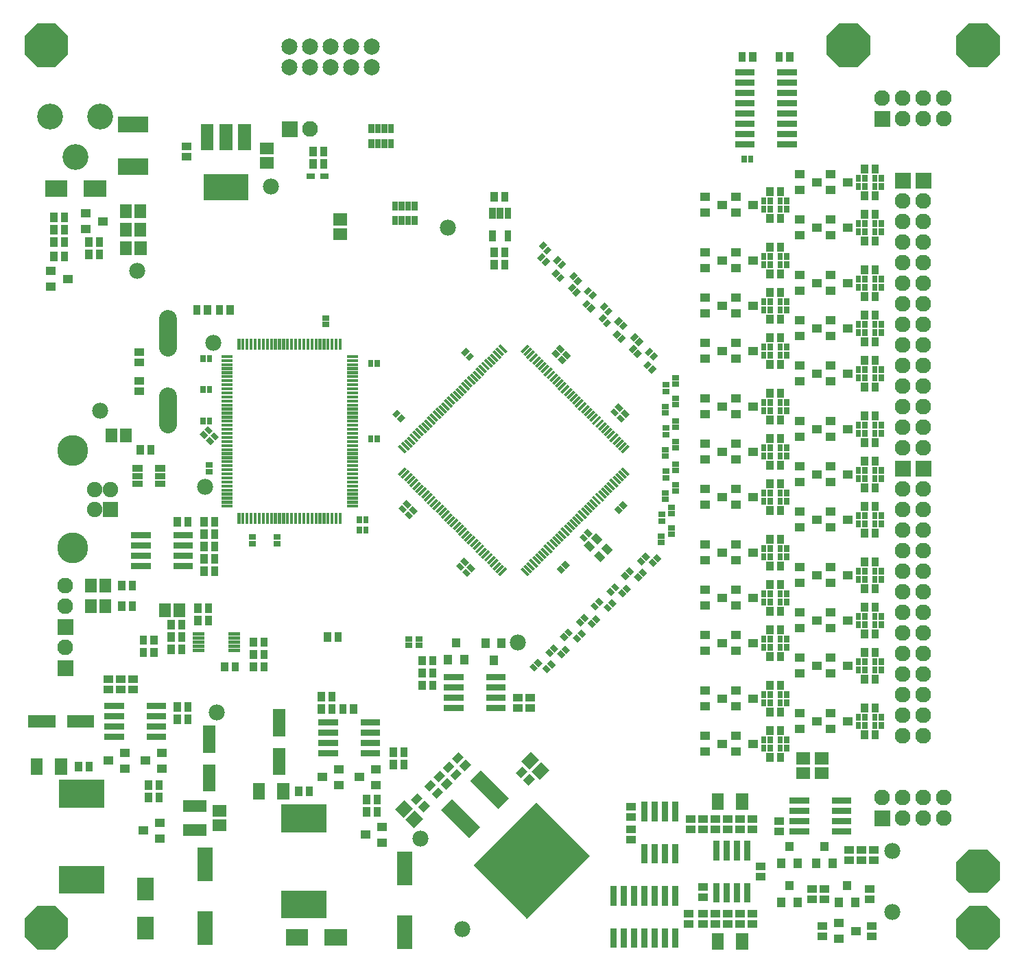
<source format=gbr>
G04 start of page 6 for group -4063 idx -4063 *
G04 Title: NVMemProg_Main, componentmask *
G04 Creator: pcb v4.0.0-ga246c150 *
G04 CreationDate: Sat Sep 30 23:46:22 2017 UTC *
G04 For: wojtek *
G04 Format: Gerber/RS-274X *
G04 PCB-Dimensions (mil): 4980.31 4606.30 *
G04 PCB-Coordinate-Origin: lower left *
%MOIN*%
%FSLAX25Y25*%
%LNTOPMASK*%
%ADD69C,0.0867*%
%ADD68C,0.0780*%
%ADD67C,0.0785*%
%ADD66C,0.1260*%
%ADD65C,0.0769*%
%ADD64C,0.1496*%
%ADD63C,0.0748*%
%ADD62C,0.0001*%
G54D62*G36*
X56307Y223898D02*Y216417D01*
X63787D01*
Y223898D01*
X56307D01*
G37*
G54D63*X60047Y230000D03*
X52173D03*
Y220157D03*
G54D64*X41543Y248701D03*
Y201457D03*
G54D62*G36*
X34204Y147001D02*Y139314D01*
X41891D01*
Y147001D01*
X34204D01*
G37*
G54D65*X38047Y153157D03*
G54D62*G36*
X34204Y167001D02*Y159314D01*
X41891D01*
Y167001D01*
X34204D01*
G37*
G54D65*X38047Y173157D03*
Y183157D03*
G54D66*X30638Y411157D03*
X55047D03*
X42843Y391472D03*
G54D62*G36*
X143204Y409001D02*Y401314D01*
X150891D01*
Y409001D01*
X143204D01*
G37*
G54D65*X157047Y405157D03*
G54D67*X147047Y435157D03*
Y445157D03*
X157047Y435157D03*
Y445157D03*
X167047Y435157D03*
X177047D03*
X187047D03*
X167047Y445157D03*
X177047D03*
X187047D03*
G54D62*G36*
X431204Y74001D02*Y66314D01*
X438891D01*
Y74001D01*
X431204D01*
G37*
G54D65*X435047Y80157D03*
X445047Y70157D03*
X455047D03*
X465047D03*
X445047Y80157D03*
X455047D03*
X465047D03*
X455047Y410157D03*
Y420157D03*
X465047Y410157D03*
Y420157D03*
G54D62*G36*
X431204Y414001D02*Y406314D01*
X438891D01*
Y414001D01*
X431204D01*
G37*
G54D65*X435047Y420157D03*
X445047Y410157D03*
Y420157D03*
G54D62*G36*
X451204Y384001D02*Y376314D01*
X458891D01*
Y384001D01*
X451204D01*
G37*
G54D65*X455047Y370157D03*
Y360157D03*
G54D62*G36*
X441204Y384001D02*Y376314D01*
X448891D01*
Y384001D01*
X441204D01*
G37*
G54D65*X445047Y370157D03*
Y360157D03*
Y350157D03*
Y340157D03*
Y330157D03*
X455047Y350157D03*
Y340157D03*
Y330157D03*
Y320157D03*
Y310157D03*
Y300157D03*
Y290157D03*
Y280157D03*
Y270157D03*
Y260157D03*
X445047D03*
X455047Y250157D03*
G54D62*G36*
X451204Y244001D02*Y236314D01*
X458891D01*
Y244001D01*
X451204D01*
G37*
G54D65*X455047Y230157D03*
G54D62*G36*
X441204Y244001D02*Y236314D01*
X448891D01*
Y244001D01*
X441204D01*
G37*
G54D65*X445047Y250157D03*
Y320157D03*
Y310157D03*
Y300157D03*
Y290157D03*
Y280157D03*
Y270157D03*
X455047Y220157D03*
Y210157D03*
Y200157D03*
Y190157D03*
Y180157D03*
Y170157D03*
Y160157D03*
Y150157D03*
Y140157D03*
Y130157D03*
Y120157D03*
Y110157D03*
X445047Y230157D03*
Y220157D03*
Y210157D03*
Y200157D03*
Y190157D03*
Y180157D03*
Y170157D03*
Y160157D03*
Y150157D03*
Y140157D03*
Y130157D03*
Y120157D03*
Y110157D03*
G54D62*G36*
X39417Y450348D02*X33190Y456575D01*
X24384D01*
X18157Y450348D01*
Y441542D01*
X24384Y435315D01*
X33190D01*
X39417Y441542D01*
Y450348D01*
G37*
G36*
Y21214D02*X33190Y27441D01*
X24384D01*
X18157Y21214D01*
Y12408D01*
X24384Y6181D01*
X33190D01*
X39417Y12408D01*
Y21214D01*
G37*
G36*
X429181Y450348D02*X422954Y456575D01*
X414148D01*
X407921Y450348D01*
Y441542D01*
X414148Y435315D01*
X422954D01*
X429181Y441542D01*
Y450348D01*
G37*
G36*
X492173D02*X485946Y456575D01*
X477140D01*
X470913Y450348D01*
Y441542D01*
X477140Y435315D01*
X485946D01*
X492173Y441542D01*
Y450348D01*
G37*
G36*
Y21214D02*X485946Y27441D01*
X477140D01*
X470913Y21214D01*
Y12408D01*
X477140Y6181D01*
X485946D01*
X492173Y12408D01*
Y21214D01*
G37*
G36*
Y48773D02*X485946Y55000D01*
X477140D01*
X470913Y48773D01*
Y39967D01*
X477140Y33740D01*
X485946D01*
X492173Y39967D01*
Y48773D01*
G37*
G36*
X162870Y314515D02*Y311947D01*
X166224D01*
Y314515D01*
X162870D01*
G37*
G36*
Y311367D02*Y308799D01*
X166224D01*
Y311367D01*
X162870D01*
G37*
G36*
X172362Y303197D02*X170945D01*
Y297764D01*
X172362D01*
Y303197D01*
G37*
G36*
X168295Y356973D02*Y351255D01*
X174799D01*
Y356973D01*
X168295D01*
G37*
G36*
Y364059D02*Y358341D01*
X174799D01*
Y364059D01*
X168295D01*
G37*
G36*
X170394Y303197D02*X168977D01*
Y297764D01*
X170394D01*
Y303197D01*
G37*
G36*
X168425D02*X167008D01*
Y297764D01*
X168425D01*
Y303197D01*
G37*
G36*
X166457D02*X165040D01*
Y297764D01*
X166457D01*
Y303197D01*
G37*
G36*
X164488D02*X163071D01*
Y297764D01*
X164488D01*
Y303197D01*
G37*
G36*
X196840Y266493D02*X198656Y264677D01*
X201028Y267048D01*
X199212Y268864D01*
X196840Y266493D01*
G37*
G36*
X199066Y264267D02*X200882Y262451D01*
X203254Y264822D01*
X201438Y266638D01*
X199066Y264267D01*
G37*
G36*
X190905Y256334D02*X188337D01*
Y252980D01*
X190905D01*
Y256334D01*
G37*
G36*
Y292834D02*X188337D01*
Y289480D01*
X190905D01*
Y292834D01*
G37*
G36*
X174843Y271661D02*Y270244D01*
X180276D01*
Y271661D01*
X174843D01*
G37*
G36*
Y273630D02*Y272213D01*
X180276D01*
Y273630D01*
X174843D01*
G37*
G36*
Y275598D02*Y274181D01*
X180276D01*
Y275598D01*
X174843D01*
G37*
G36*
Y277567D02*Y276150D01*
X180276D01*
Y277567D01*
X174843D01*
G37*
G36*
Y279535D02*Y278118D01*
X180276D01*
Y279535D01*
X174843D01*
G37*
G36*
Y281504D02*Y280087D01*
X180276D01*
Y281504D01*
X174843D01*
G37*
G36*
Y283472D02*Y282055D01*
X180276D01*
Y283472D01*
X174843D01*
G37*
G36*
Y285441D02*Y284024D01*
X180276D01*
Y285441D01*
X174843D01*
G37*
G36*
Y287409D02*Y285992D01*
X180276D01*
Y287409D01*
X174843D01*
G37*
G36*
Y289378D02*Y287961D01*
X180276D01*
Y289378D01*
X174843D01*
G37*
G36*
Y291346D02*Y289929D01*
X180276D01*
Y291346D01*
X174843D01*
G37*
G36*
Y293315D02*Y291898D01*
X180276D01*
Y293315D01*
X174843D01*
G37*
G36*
Y295283D02*Y293866D01*
X180276D01*
Y295283D01*
X174843D01*
G37*
G36*
X199701Y362780D02*X196945D01*
Y358450D01*
X199701D01*
Y362780D01*
G37*
G36*
X202851D02*X200095D01*
Y358450D01*
X202851D01*
Y362780D01*
G37*
G36*
X205999D02*X203243D01*
Y358450D01*
X205999D01*
Y362780D01*
G37*
G36*
X209149D02*X206393D01*
Y358450D01*
X209149D01*
Y362780D01*
G37*
G36*
Y369865D02*X206393D01*
Y365535D01*
X209149D01*
Y369865D01*
G37*
G36*
X205999D02*X203243D01*
Y365535D01*
X205999D01*
Y369865D01*
G37*
G36*
X202851D02*X200095D01*
Y365535D01*
X202851D01*
Y369865D01*
G37*
G36*
X199701D02*X196945D01*
Y365535D01*
X199701D01*
Y369865D01*
G37*
G36*
X188201Y400280D02*X185445D01*
Y395950D01*
X188201D01*
Y400280D01*
G37*
G36*
X191351D02*X188595D01*
Y395950D01*
X191351D01*
Y400280D01*
G37*
G36*
X194499D02*X191743D01*
Y395950D01*
X194499D01*
Y400280D01*
G37*
G36*
X197649D02*X194893D01*
Y395950D01*
X197649D01*
Y400280D01*
G37*
G36*
Y407365D02*X194893D01*
Y403035D01*
X197649D01*
Y407365D01*
G37*
G36*
X194499D02*X191743D01*
Y403035D01*
X194499D01*
Y407365D01*
G37*
G36*
X191351D02*X188595D01*
Y403035D01*
X191351D01*
Y407365D01*
G37*
G36*
X188201D02*X185445D01*
Y403035D01*
X188201D01*
Y407365D01*
G37*
G36*
X132795Y398559D02*Y392841D01*
X139299D01*
Y398559D01*
X132795D01*
G37*
G36*
Y391473D02*Y385755D01*
X139299D01*
Y391473D01*
X132795D01*
G37*
G54D68*X138047Y377157D03*
G54D62*G36*
X162079Y383535D02*Y380780D01*
X166016D01*
Y383535D01*
X162079D01*
G37*
G36*
X155386D02*Y380780D01*
X159323D01*
Y383535D01*
X155386D01*
G37*
G36*
X160264Y390425D02*X156712D01*
Y385889D01*
X160264D01*
Y390425D01*
G37*
G36*
X165382D02*X161830D01*
Y385889D01*
X165382D01*
Y390425D01*
G37*
G36*
Y396425D02*X161830D01*
Y391889D01*
X165382D01*
Y396425D01*
G37*
G36*
X160264D02*X156712D01*
Y391889D01*
X160264D01*
Y396425D01*
G37*
G36*
X70488Y241732D02*Y238583D01*
X75606D01*
Y241732D01*
X70488D01*
G37*
G36*
Y237992D02*Y234843D01*
X75606D01*
Y237992D01*
X70488D01*
G37*
G36*
Y234252D02*Y231102D01*
X75606D01*
Y234252D01*
X70488D01*
G37*
G36*
X81512Y241732D02*Y238583D01*
X86630D01*
Y241732D01*
X81512D01*
G37*
G36*
Y237992D02*Y234843D01*
X86630D01*
Y237992D01*
X81512D01*
G37*
G36*
Y234252D02*Y231102D01*
X86630D01*
Y234252D01*
X81512D01*
G37*
G36*
X76264Y251425D02*X72712D01*
Y246889D01*
X76264D01*
Y251425D01*
G37*
G36*
X81382D02*X77830D01*
Y246889D01*
X81382D01*
Y251425D01*
G37*
G36*
X70449Y259409D02*X64731D01*
Y252905D01*
X70449D01*
Y259409D01*
G37*
G36*
X63363D02*X57645D01*
Y252905D01*
X63363D01*
Y259409D01*
G37*
G36*
X106370Y239867D02*Y237299D01*
X109724D01*
Y239867D01*
X106370D01*
G37*
G54D68*X106047Y231157D03*
G54D62*G36*
X113819Y238197D02*Y236780D01*
X119252D01*
Y238197D01*
X113819D01*
G37*
G36*
Y236228D02*Y234811D01*
X119252D01*
Y236228D01*
X113819D01*
G37*
G36*
Y234260D02*Y232843D01*
X119252D01*
Y234260D01*
X113819D01*
G37*
G36*
Y232291D02*Y230874D01*
X119252D01*
Y232291D01*
X113819D01*
G37*
G36*
Y230323D02*Y228906D01*
X119252D01*
Y230323D01*
X113819D01*
G37*
G36*
Y228354D02*Y226937D01*
X119252D01*
Y228354D01*
X113819D01*
G37*
G36*
Y226386D02*Y224969D01*
X119252D01*
Y226386D01*
X113819D01*
G37*
G36*
Y224417D02*Y223000D01*
X119252D01*
Y224417D01*
X113819D01*
G37*
G36*
Y222449D02*Y221032D01*
X119252D01*
Y222449D01*
X113819D01*
G37*
G36*
X106370Y243015D02*Y240447D01*
X109724D01*
Y243015D01*
X106370D01*
G37*
G36*
X113819Y253945D02*Y252528D01*
X119252D01*
Y253945D01*
X113819D01*
G37*
G36*
Y251976D02*Y250559D01*
X119252D01*
Y251976D01*
X113819D01*
G37*
G36*
Y250008D02*Y248591D01*
X119252D01*
Y250008D01*
X113819D01*
G37*
G36*
Y248039D02*Y246622D01*
X119252D01*
Y248039D01*
X113819D01*
G37*
G36*
Y246071D02*Y244654D01*
X119252D01*
Y246071D01*
X113819D01*
G37*
G36*
Y244102D02*Y242685D01*
X119252D01*
Y244102D01*
X113819D01*
G37*
G36*
Y242134D02*Y240717D01*
X119252D01*
Y242134D01*
X113819D01*
G37*
G36*
Y240165D02*Y238748D01*
X119252D01*
Y240165D01*
X113819D01*
G37*
G36*
X63764Y411331D02*Y403457D01*
X78331D01*
Y411331D01*
X63764D01*
G37*
G36*
Y390858D02*Y382984D01*
X78331D01*
Y390858D01*
X63764D01*
G37*
G36*
X28747Y338157D02*Y334157D01*
X33347D01*
Y338157D01*
X28747D01*
G37*
G36*
X34264Y345425D02*X30712D01*
Y340889D01*
X34264D01*
Y345425D01*
G37*
G36*
X28747Y330357D02*Y326357D01*
X33347D01*
Y330357D01*
X28747D01*
G37*
G36*
X36947Y334257D02*Y330257D01*
X41547D01*
Y334257D01*
X36947D01*
G37*
G36*
X34264Y358425D02*X30712D01*
Y353889D01*
X34264D01*
Y358425D01*
G37*
G36*
Y352425D02*X30712D01*
Y347889D01*
X34264D01*
Y352425D01*
G37*
G36*
X39382Y358425D02*X35830D01*
Y353889D01*
X39382D01*
Y358425D01*
G37*
G36*
Y345425D02*X35830D01*
Y340889D01*
X39382D01*
Y345425D01*
G37*
G36*
Y352425D02*X35830D01*
Y347889D01*
X39382D01*
Y352425D01*
G37*
G36*
X47075Y380201D02*Y372114D01*
X57917D01*
Y380201D01*
X47075D01*
G37*
G36*
X28177D02*Y372114D01*
X39020D01*
Y380201D01*
X28177D01*
G37*
G36*
X34264Y364425D02*X30712D01*
Y359889D01*
X34264D01*
Y364425D01*
G37*
G36*
X39382D02*X35830D01*
Y359889D01*
X39382D01*
Y364425D01*
G37*
G36*
X45747Y366157D02*Y362157D01*
X50347D01*
Y366157D01*
X45747D01*
G37*
G36*
Y358357D02*Y354357D01*
X50347D01*
Y358357D01*
X45747D01*
G37*
G36*
X53947Y362257D02*Y358257D01*
X58547D01*
Y362257D01*
X53947D01*
G37*
G36*
X51264Y352425D02*X47712D01*
Y347889D01*
X51264D01*
Y352425D01*
G37*
G36*
X56382D02*X52830D01*
Y347889D01*
X56382D01*
Y352425D01*
G37*
G36*
X51264Y346425D02*X47712D01*
Y341889D01*
X51264D01*
Y346425D01*
G37*
G36*
X56382D02*X52830D01*
Y341889D01*
X56382D01*
Y346425D01*
G37*
G36*
X70363Y359409D02*X64645D01*
Y352905D01*
X70363D01*
Y359409D01*
G37*
G36*
X77449D02*X71731D01*
Y352905D01*
X77449D01*
Y359409D01*
G37*
G36*
X70406Y350409D02*X64688D01*
Y343905D01*
X70406D01*
Y350409D01*
G37*
G36*
X77492D02*X71774D01*
Y343905D01*
X77492D01*
Y350409D01*
G37*
G36*
X70363Y368409D02*X64645D01*
Y361905D01*
X70363D01*
Y368409D01*
G37*
G36*
X77449D02*X71731D01*
Y361905D01*
X77449D01*
Y368409D01*
G37*
G54D68*X73047Y336157D03*
G54D62*G36*
X187757Y292834D02*X185189D01*
Y289480D01*
X187757D01*
Y292834D01*
G37*
G36*
X162520Y303197D02*X161103D01*
Y297764D01*
X162520D01*
Y303197D01*
G37*
G36*
X160551D02*X159134D01*
Y297764D01*
X160551D01*
Y303197D01*
G37*
G36*
X158583D02*X157166D01*
Y297764D01*
X158583D01*
Y303197D01*
G37*
G36*
X156614D02*X155197D01*
Y297764D01*
X156614D01*
Y303197D01*
G37*
G36*
X154646D02*X153229D01*
Y297764D01*
X154646D01*
Y303197D01*
G37*
G36*
X152677D02*X151260D01*
Y297764D01*
X152677D01*
Y303197D01*
G37*
G36*
X150709D02*X149292D01*
Y297764D01*
X150709D01*
Y303197D01*
G37*
G36*
X148740D02*X147323D01*
Y297764D01*
X148740D01*
Y303197D01*
G37*
G36*
X146772D02*X145355D01*
Y297764D01*
X146772D01*
Y303197D01*
G37*
G36*
X144803D02*X143386D01*
Y297764D01*
X144803D01*
Y303197D01*
G37*
G36*
X142835D02*X141418D01*
Y297764D01*
X142835D01*
Y303197D01*
G37*
G36*
X140866D02*X139449D01*
Y297764D01*
X140866D01*
Y303197D01*
G37*
G36*
X138898D02*X137481D01*
Y297764D01*
X138898D01*
Y303197D01*
G37*
G36*
X136929D02*X135512D01*
Y297764D01*
X136929D01*
Y303197D01*
G37*
G36*
X134961D02*X133544D01*
Y297764D01*
X134961D01*
Y303197D01*
G37*
G36*
X132992D02*X131575D01*
Y297764D01*
X132992D01*
Y303197D01*
G37*
G36*
X131024D02*X129607D01*
Y297764D01*
X131024D01*
Y303197D01*
G37*
G36*
X129055D02*X127638D01*
Y297764D01*
X129055D01*
Y303197D01*
G37*
G36*
X127087D02*X125670D01*
Y297764D01*
X127087D01*
Y303197D01*
G37*
G36*
X125118D02*X123701D01*
Y297764D01*
X125118D01*
Y303197D01*
G37*
G36*
X123150D02*X121733D01*
Y297764D01*
X123150D01*
Y303197D01*
G37*
G54D69*X88047Y275346D02*Y261567D01*
G54D62*G36*
X108156Y255638D02*X106340Y253822D01*
X108712Y251451D01*
X110528Y253267D01*
X108156Y255638D01*
G37*
G36*
X110382Y257864D02*X108566Y256048D01*
X110938Y253677D01*
X112754Y255493D01*
X110382Y257864D01*
G37*
G36*
X106257Y264834D02*X103689D01*
Y261480D01*
X106257D01*
Y264834D01*
G37*
G36*
X109405D02*X106837D01*
Y261480D01*
X109405D01*
Y264834D01*
G37*
G36*
X106257Y280334D02*X103689D01*
Y276980D01*
X106257D01*
Y280334D01*
G37*
G36*
X109405D02*X106837D01*
Y276980D01*
X109405D01*
Y280334D01*
G37*
G36*
X105156Y258638D02*X103340Y256822D01*
X105712Y254451D01*
X107528Y256267D01*
X105156Y258638D01*
G37*
G36*
X107382Y260864D02*X105566Y259048D01*
X107938Y256677D01*
X109754Y258493D01*
X107382Y260864D01*
G37*
G54D68*X55047Y268157D03*
X110047Y301157D03*
G54D69*X88047Y312748D02*Y298969D01*
G54D62*G36*
X103764Y319425D02*X100212D01*
Y314889D01*
X103764D01*
Y319425D01*
G37*
G36*
X108882D02*X105330D01*
Y314889D01*
X108882D01*
Y319425D01*
G37*
G36*
X114764D02*X111212D01*
Y314889D01*
X114764D01*
Y319425D01*
G37*
G36*
X119882D02*X116330D01*
Y314889D01*
X119882D01*
Y319425D01*
G37*
G36*
X71779Y293374D02*Y289822D01*
X76315D01*
Y293374D01*
X71779D01*
G37*
G36*
Y298492D02*Y294940D01*
X76315D01*
Y298492D01*
X71779D01*
G37*
G36*
Y284492D02*Y280940D01*
X76315D01*
Y284492D01*
X71779D01*
G37*
G36*
Y279374D02*Y275822D01*
X76315D01*
Y279374D01*
X71779D01*
G37*
G36*
X106257Y295334D02*X103689D01*
Y291980D01*
X106257D01*
Y295334D01*
G37*
G36*
X109405D02*X106837D01*
Y291980D01*
X109405D01*
Y295334D01*
G37*
G36*
X113819Y295283D02*Y293866D01*
X119252D01*
Y295283D01*
X113819D01*
G37*
G36*
Y293315D02*Y291898D01*
X119252D01*
Y293315D01*
X113819D01*
G37*
G36*
Y291346D02*Y289929D01*
X119252D01*
Y291346D01*
X113819D01*
G37*
G36*
Y289378D02*Y287961D01*
X119252D01*
Y289378D01*
X113819D01*
G37*
G36*
Y287409D02*Y285992D01*
X119252D01*
Y287409D01*
X113819D01*
G37*
G36*
Y285441D02*Y284024D01*
X119252D01*
Y285441D01*
X113819D01*
G37*
G36*
Y283472D02*Y282055D01*
X119252D01*
Y283472D01*
X113819D01*
G37*
G36*
Y281504D02*Y280087D01*
X119252D01*
Y281504D01*
X113819D01*
G37*
G36*
Y279535D02*Y278118D01*
X119252D01*
Y279535D01*
X113819D01*
G37*
G36*
X94779Y398492D02*Y394940D01*
X99315D01*
Y398492D01*
X94779D01*
G37*
G36*
Y393374D02*Y389822D01*
X99315D01*
Y393374D01*
X94779D01*
G37*
G36*
X128147Y407557D02*X121947D01*
Y394757D01*
X128147D01*
Y407557D01*
G37*
G36*
X119147D02*X112947D01*
Y394757D01*
X119147D01*
Y407557D01*
G37*
G36*
X110047D02*X103847D01*
Y394757D01*
X110047D01*
Y407557D01*
G37*
G36*
X105147Y383157D02*Y370357D01*
X126947D01*
Y383157D01*
X105147D01*
G37*
G36*
X113819Y277567D02*Y276150D01*
X119252D01*
Y277567D01*
X113819D01*
G37*
G36*
Y275598D02*Y274181D01*
X119252D01*
Y275598D01*
X113819D01*
G37*
G36*
Y273630D02*Y272213D01*
X119252D01*
Y273630D01*
X113819D01*
G37*
G36*
Y271661D02*Y270244D01*
X119252D01*
Y271661D01*
X113819D01*
G37*
G36*
Y269693D02*Y268276D01*
X119252D01*
Y269693D01*
X113819D01*
G37*
G36*
Y267724D02*Y266307D01*
X119252D01*
Y267724D01*
X113819D01*
G37*
G36*
Y265756D02*Y264339D01*
X119252D01*
Y265756D01*
X113819D01*
G37*
G36*
Y263787D02*Y262370D01*
X119252D01*
Y263787D01*
X113819D01*
G37*
G36*
Y261819D02*Y260402D01*
X119252D01*
Y261819D01*
X113819D01*
G37*
G36*
Y259850D02*Y258433D01*
X119252D01*
Y259850D01*
X113819D01*
G37*
G36*
Y257882D02*Y256465D01*
X119252D01*
Y257882D01*
X113819D01*
G37*
G36*
Y255913D02*Y254496D01*
X119252D01*
Y255913D01*
X113819D01*
G37*
G36*
X201656Y222638D02*X199840Y220822D01*
X202212Y218451D01*
X204028Y220267D01*
X201656Y222638D01*
G37*
G36*
X203882Y224864D02*X202066Y223048D01*
X204438Y220677D01*
X206254Y222493D01*
X203882Y224864D01*
G37*
G36*
X204656Y219638D02*X202840Y217822D01*
X205212Y215451D01*
X207028Y217267D01*
X204656Y219638D01*
G37*
G36*
X206882Y221864D02*X205066Y220048D01*
X207438Y217677D01*
X209254Y219493D01*
X206882Y221864D01*
G37*
G36*
X139370Y204867D02*Y202299D01*
X142724D01*
Y204867D01*
X139370D01*
G37*
G36*
X142835Y218551D02*X141418D01*
Y213118D01*
X142835D01*
Y218551D01*
G37*
G36*
X144803D02*X143386D01*
Y213118D01*
X144803D01*
Y218551D01*
G37*
G36*
X146772D02*X145355D01*
Y213118D01*
X146772D01*
Y218551D01*
G37*
G36*
X271406Y203344D02*X270415Y202353D01*
X273809Y198959D01*
X274800Y199950D01*
X271406Y203344D01*
G37*
G36*
X272798Y204735D02*X271807Y203744D01*
X275200Y200350D01*
X276192Y201341D01*
X272798Y204735D01*
G37*
G36*
X274190Y206128D02*X273199Y205136D01*
X276593Y201742D01*
X277584Y202734D01*
X274190Y206128D01*
G37*
G36*
X275582Y207519D02*X274591Y206528D01*
X277985Y203134D01*
X278976Y204126D01*
X275582Y207519D01*
G37*
G36*
X276974Y208912D02*X275983Y207920D01*
X279377Y204526D01*
X280368Y205518D01*
X276974Y208912D01*
G37*
G36*
X278366Y210303D02*X277374Y209312D01*
X280769Y205918D01*
X281760Y206910D01*
X278366Y210303D01*
G37*
G36*
X279758Y211696D02*X278767Y210704D01*
X282161Y207310D01*
X283152Y208302D01*
X279758Y211696D01*
G37*
G36*
X281150Y213087D02*X280158Y212096D01*
X283552Y208702D01*
X284544Y209693D01*
X281150Y213087D01*
G37*
G36*
X282542Y214480D02*X281550Y213488D01*
X284944Y210094D01*
X285936Y211085D01*
X282542Y214480D01*
G37*
G36*
X283933Y215871D02*X282942Y214879D01*
X286336Y211486D01*
X287328Y212477D01*
X283933Y215871D01*
G37*
G36*
X285326Y217263D02*X284334Y216272D01*
X287728Y212878D01*
X288720Y213869D01*
X285326Y217263D01*
G37*
G36*
X286717Y218655D02*X285726Y217664D01*
X289120Y214270D01*
X290111Y215261D01*
X286717Y218655D01*
G37*
G36*
X288109Y220047D02*X287118Y219056D01*
X290512Y215662D01*
X291504Y216653D01*
X288109Y220047D01*
G37*
G36*
X289501Y221439D02*X288510Y220447D01*
X291904Y217054D01*
X292895Y218045D01*
X289501Y221439D01*
G37*
G36*
X290893Y222831D02*X289902Y221840D01*
X293296Y218446D01*
X294287Y219437D01*
X290893Y222831D01*
G37*
G36*
X216416Y220828D02*X217407Y219837D01*
X220802Y223231D01*
X219810Y224222D01*
X216416Y220828D01*
G37*
G36*
X217808Y219436D02*X218799Y218445D01*
X222193Y221839D01*
X221201Y222830D01*
X217808Y219436D01*
G37*
G36*
X219200Y218044D02*X220191Y217053D01*
X223585Y220447D01*
X222594Y221438D01*
X219200Y218044D01*
G37*
G36*
X220592Y216652D02*X221583Y215661D01*
X224977Y219055D01*
X223985Y220046D01*
X220592Y216652D01*
G37*
G36*
X221984Y215260D02*X222975Y214269D01*
X226369Y217663D01*
X225378Y218654D01*
X221984Y215260D01*
G37*
G36*
X223376Y213868D02*X224367Y212877D01*
X227761Y216271D01*
X226769Y217263D01*
X223376Y213868D01*
G37*
G36*
X224768Y212476D02*X225759Y211485D01*
X229153Y214879D01*
X228162Y215870D01*
X224768Y212476D01*
G37*
G36*
X226159Y211085D02*X227151Y210093D01*
X230545Y213488D01*
X229554Y214479D01*
X226159Y211085D01*
G37*
G36*
X227552Y209692D02*X228543Y208701D01*
X231937Y212095D01*
X230946Y213087D01*
X227552Y209692D01*
G37*
G36*
X228943Y208301D02*X229935Y207309D01*
X233329Y210704D01*
X232337Y211695D01*
X228943Y208301D01*
G37*
G36*
X230335Y206909D02*X231327Y205917D01*
X234721Y209311D01*
X233730Y210303D01*
X230335Y206909D01*
G37*
G36*
X231727Y205517D02*X232719Y204526D01*
X236113Y207920D01*
X235121Y208911D01*
X231727Y205517D01*
G37*
G36*
X233119Y204125D02*X234111Y203133D01*
X237505Y206528D01*
X236513Y207519D01*
X233119Y204125D01*
G37*
G36*
X234511Y202733D02*X235502Y201742D01*
X238896Y205136D01*
X237905Y206127D01*
X234511Y202733D01*
G37*
G36*
X235903Y201341D02*X236894Y200350D01*
X240289Y203743D01*
X239297Y204735D01*
X235903Y201341D01*
G37*
G36*
X237295Y199949D02*X238286Y198958D01*
X241680Y202352D01*
X240689Y203343D01*
X237295Y199949D01*
G37*
G36*
X238687Y198557D02*X239678Y197566D01*
X243072Y200959D01*
X242081Y201951D01*
X238687Y198557D01*
G37*
G36*
X240079Y197165D02*X241070Y196174D01*
X244464Y199568D01*
X243473Y200559D01*
X240079Y197165D01*
G37*
G36*
X241471Y195773D02*X242462Y194782D01*
X245856Y198176D01*
X244865Y199167D01*
X241471Y195773D01*
G37*
G36*
X242863Y194381D02*X243854Y193390D01*
X247248Y196784D01*
X246256Y197776D01*
X242863Y194381D01*
G37*
G36*
X244255Y192989D02*X245246Y191998D01*
X248640Y195392D01*
X247649Y196383D01*
X244255Y192989D01*
G37*
G36*
X245646Y191598D02*X246638Y190606D01*
X250032Y194000D01*
X249041Y194992D01*
X245646Y191598D01*
G37*
G36*
X247039Y190205D02*X248030Y189214D01*
X251424Y192608D01*
X250433Y193599D01*
X247039Y190205D01*
G37*
G36*
X248430Y188814D02*X249422Y187822D01*
X252816Y191217D01*
X251824Y192208D01*
X248430Y188814D01*
G37*
G36*
X164075Y16201D02*Y8114D01*
X174917D01*
Y16201D01*
X164075D01*
G37*
G36*
X168747Y88157D02*Y84157D01*
X173347D01*
Y88157D01*
X168747D01*
G37*
G36*
Y95957D02*Y91957D01*
X173347D01*
Y95957D01*
X168747D01*
G37*
G36*
X160547Y92057D02*Y88057D01*
X165147D01*
Y92057D01*
X160547D01*
G37*
G36*
X145177Y16201D02*Y8114D01*
X156020D01*
Y16201D01*
X145177D01*
G37*
G36*
X145122Y104327D02*X138973D01*
Y91091D01*
X145122D01*
Y104327D01*
G37*
G36*
Y123224D02*X138973D01*
Y109988D01*
X145122D01*
Y123224D01*
G37*
G36*
X146811Y87197D02*X141093D01*
Y79117D01*
X146811D01*
Y87197D01*
G37*
G36*
X153264Y85425D02*X149712D01*
Y80889D01*
X153264D01*
Y85425D01*
G37*
G36*
X158382D02*X154830D01*
Y80889D01*
X158382D01*
Y85425D01*
G37*
G54D68*X231047Y16157D03*
G54D62*G36*
X220497Y86500D02*X223009Y83988D01*
X226216Y87196D01*
X223705Y89708D01*
X220497Y86500D01*
G37*
G36*
X225958Y79403D02*X220660Y74105D01*
X234309Y60455D01*
X239607Y65753D01*
X225958Y79403D01*
G37*
G36*
X236500Y47073D02*X262400Y21174D01*
X293031Y51805D01*
X267131Y77704D01*
X236500Y47073D01*
G37*
G36*
X109712Y24799D02*X102382D01*
Y8414D01*
X109712D01*
Y24799D01*
G37*
G36*
Y55900D02*X102382D01*
Y39515D01*
X109712D01*
Y55900D01*
G37*
G36*
X111122Y96327D02*X104973D01*
Y83091D01*
X111122D01*
Y96327D01*
G37*
G36*
Y115224D02*X104973D01*
Y101988D01*
X111122D01*
Y115224D01*
G37*
G54D68*X111547Y121657D03*
G54D62*G36*
X109795Y76559D02*Y70841D01*
X116299D01*
Y76559D01*
X109795D01*
G37*
G36*
Y69473D02*Y63755D01*
X116299D01*
Y69473D01*
X109795D01*
G37*
G36*
X135001Y87197D02*X129283D01*
Y79117D01*
X135001D01*
Y87197D01*
G37*
G36*
X117354Y152586D02*Y150854D01*
X123063D01*
Y152586D01*
X117354D01*
G37*
G36*
X131264Y145925D02*X127712D01*
Y141389D01*
X131264D01*
Y145925D01*
G37*
G36*
X136382D02*X132830D01*
Y141389D01*
X136382D01*
Y145925D01*
G37*
G36*
X131264Y151925D02*X127712D01*
Y147389D01*
X131264D01*
Y151925D01*
G37*
G36*
X136382D02*X132830D01*
Y147389D01*
X136382D01*
Y151925D01*
G37*
G36*
X117354Y154554D02*Y152822D01*
X123063D01*
Y154554D01*
X117354D01*
G37*
G36*
X131264Y157925D02*X127712D01*
Y153389D01*
X131264D01*
Y157925D01*
G37*
G36*
X136382D02*X132830D01*
Y153389D01*
X136382D01*
Y157925D01*
G37*
G36*
X117354Y156523D02*Y154791D01*
X123063D01*
Y156523D01*
X117354D01*
G37*
G36*
Y158492D02*Y156760D01*
X123063D01*
Y158492D01*
X117354D01*
G37*
G36*
Y160460D02*Y158728D01*
X123063D01*
Y160460D01*
X117354D01*
G37*
G36*
X206712Y22799D02*X199382D01*
Y6414D01*
X206712D01*
Y22799D01*
G37*
G36*
X191382Y75425D02*X187830D01*
Y70889D01*
X191382D01*
Y75425D01*
G37*
G36*
X189747Y60157D02*Y56157D01*
X194347D01*
Y60157D01*
X189747D01*
G37*
G36*
Y67957D02*Y63957D01*
X194347D01*
Y67957D01*
X189747D01*
G37*
G36*
X186264Y75425D02*X182712D01*
Y70889D01*
X186264D01*
Y75425D01*
G37*
G36*
Y81425D02*X182712D01*
Y76889D01*
X186264D01*
Y81425D01*
G37*
G36*
X181547Y64057D02*Y60057D01*
X186147D01*
Y64057D01*
X181547D01*
G37*
G36*
X191382Y81425D02*X187830D01*
Y76889D01*
X191382D01*
Y81425D01*
G37*
G36*
X198221Y74385D02*X202264Y70342D01*
X206863Y74941D01*
X202820Y78984D01*
X198221Y74385D01*
G37*
G36*
X199264Y104425D02*X195712D01*
Y99889D01*
X199264D01*
Y104425D01*
G37*
G36*
X204382D02*X200830D01*
Y99889D01*
X204382D01*
Y104425D01*
G37*
G36*
X199264Y98425D02*X195712D01*
Y93889D01*
X199264D01*
Y98425D01*
G37*
G36*
X204382D02*X200830D01*
Y93889D01*
X204382D01*
Y98425D01*
G37*
G36*
X187757Y256334D02*X185189D01*
Y252980D01*
X187757D01*
Y256334D01*
G37*
G36*
X199713Y237531D02*X200704Y236540D01*
X204098Y239934D01*
X203107Y240925D01*
X199713Y237531D01*
G37*
G36*
X201104Y236140D02*X202096Y235148D01*
X205490Y238543D01*
X204498Y239534D01*
X201104Y236140D01*
G37*
G36*
X202497Y234747D02*X203488Y233756D01*
X206882Y237150D01*
X205891Y238141D01*
X202497Y234747D01*
G37*
G36*
X203888Y233356D02*X204880Y232365D01*
X208274Y235759D01*
X207282Y236750D01*
X203888Y233356D01*
G37*
G36*
X205281Y231963D02*X206272Y230972D01*
X209666Y234367D01*
X208675Y235358D01*
X205281Y231963D01*
G37*
G36*
X206672Y230572D02*X207663Y229581D01*
X211058Y232974D01*
X210066Y233966D01*
X206672Y230572D01*
G37*
G36*
X208065Y229180D02*X209056Y228188D01*
X212450Y231582D01*
X211459Y232574D01*
X208065Y229180D01*
G37*
G36*
X209456Y227788D02*X210447Y226797D01*
X213841Y230190D01*
X212850Y231182D01*
X209456Y227788D01*
G37*
G36*
X210848Y226396D02*X211840Y225404D01*
X215234Y228798D01*
X214243Y229790D01*
X210848Y226396D01*
G37*
G36*
X212240Y225004D02*X213231Y224013D01*
X216625Y227407D01*
X215634Y228398D01*
X212240Y225004D01*
G37*
G36*
X213632Y223612D02*X214624Y222620D01*
X218018Y226015D01*
X217026Y227006D01*
X213632Y223612D01*
G37*
G36*
X215024Y222220D02*X216015Y221229D01*
X219409Y224623D01*
X218418Y225614D01*
X215024Y222220D01*
G37*
G36*
X185405Y211834D02*X182837D01*
Y208480D01*
X185405D01*
Y211834D01*
G37*
G36*
X182257D02*X179689D01*
Y208480D01*
X182257D01*
Y211834D01*
G37*
G36*
X185405Y216834D02*X182837D01*
Y213480D01*
X185405D01*
Y216834D01*
G37*
G36*
X182257D02*X179689D01*
Y213480D01*
X182257D01*
Y216834D01*
G37*
G36*
X174843Y222449D02*Y221032D01*
X180276D01*
Y222449D01*
X174843D01*
G37*
G36*
Y224417D02*Y223000D01*
X180276D01*
Y224417D01*
X174843D01*
G37*
G36*
Y226386D02*Y224969D01*
X180276D01*
Y226386D01*
X174843D01*
G37*
G36*
Y228354D02*Y226937D01*
X180276D01*
Y228354D01*
X174843D01*
G37*
G36*
Y230323D02*Y228906D01*
X180276D01*
Y230323D01*
X174843D01*
G37*
G36*
Y232291D02*Y230874D01*
X180276D01*
Y232291D01*
X174843D01*
G37*
G36*
Y234260D02*Y232843D01*
X180276D01*
Y234260D01*
X174843D01*
G37*
G36*
Y236228D02*Y234811D01*
X180276D01*
Y236228D01*
X174843D01*
G37*
G36*
Y238197D02*Y236780D01*
X180276D01*
Y238197D01*
X174843D01*
G37*
G36*
Y240165D02*Y238748D01*
X180276D01*
Y240165D01*
X174843D01*
G37*
G36*
Y242134D02*Y240717D01*
X180276D01*
Y242134D01*
X174843D01*
G37*
G36*
Y244102D02*Y242685D01*
X180276D01*
Y244102D01*
X174843D01*
G37*
G36*
Y246071D02*Y244654D01*
X180276D01*
Y246071D01*
X174843D01*
G37*
G36*
Y248039D02*Y246622D01*
X180276D01*
Y248039D01*
X174843D01*
G37*
G36*
Y250008D02*Y248591D01*
X180276D01*
Y250008D01*
X174843D01*
G37*
G36*
Y251976D02*Y250559D01*
X180276D01*
Y251976D01*
X174843D01*
G37*
G36*
Y253945D02*Y252528D01*
X180276D01*
Y253945D01*
X174843D01*
G37*
G36*
Y255913D02*Y254496D01*
X180276D01*
Y255913D01*
X174843D01*
G37*
G36*
Y257882D02*Y256465D01*
X180276D01*
Y257882D01*
X174843D01*
G37*
G36*
Y259850D02*Y258433D01*
X180276D01*
Y259850D01*
X174843D01*
G37*
G36*
Y261819D02*Y260402D01*
X180276D01*
Y261819D01*
X174843D01*
G37*
G36*
Y263787D02*Y262370D01*
X180276D01*
Y263787D01*
X174843D01*
G37*
G36*
Y265756D02*Y264339D01*
X180276D01*
Y265756D01*
X174843D01*
G37*
G36*
Y267724D02*Y266307D01*
X180276D01*
Y267724D01*
X174843D01*
G37*
G36*
Y269693D02*Y268276D01*
X180276D01*
Y269693D01*
X174843D01*
G37*
G36*
X229656Y194638D02*X227840Y192822D01*
X230212Y190451D01*
X232028Y192267D01*
X229656Y194638D01*
G37*
G36*
X231882Y196864D02*X230066Y195048D01*
X232438Y192677D01*
X234254Y194493D01*
X231882Y196864D01*
G37*
G36*
X232656Y191638D02*X230840Y189822D01*
X233212Y187451D01*
X235028Y189267D01*
X232656Y191638D01*
G37*
G36*
X234882Y193864D02*X233066Y192048D01*
X235438Y189677D01*
X237254Y191493D01*
X234882Y193864D01*
G37*
G36*
X229947Y157657D02*X225947D01*
Y153057D01*
X229947D01*
Y157657D01*
G37*
G36*
X222047Y140157D02*Y137157D01*
X231547D01*
Y140157D01*
X222047D01*
G37*
G36*
Y135157D02*Y132157D01*
X231547D01*
Y135157D01*
X222047D01*
G37*
G36*
Y130157D02*Y127157D01*
X231547D01*
Y130157D01*
X222047D01*
G37*
G36*
Y125157D02*Y122157D01*
X231547D01*
Y125157D01*
X222047D01*
G37*
G36*
X229497Y95500D02*X232009Y92988D01*
X235216Y96196D01*
X232705Y98708D01*
X229497Y95500D01*
G37*
G36*
X260271Y192208D02*X259280Y191217D01*
X262674Y187823D01*
X263665Y188815D01*
X260271Y192208D01*
G37*
G36*
X261662Y193600D02*X260671Y192609D01*
X264065Y189215D01*
X265056Y190206D01*
X261662Y193600D01*
G37*
G36*
X263055Y194992D02*X262063Y194001D01*
X265458Y190607D01*
X266449Y191599D01*
X263055Y194992D01*
G37*
G36*
X264447Y196384D02*X263455Y195393D01*
X266849Y191998D01*
X267840Y192990D01*
X264447Y196384D01*
G37*
G36*
X265838Y197776D02*X264847Y196785D01*
X268241Y193391D01*
X269233Y194382D01*
X265838Y197776D01*
G37*
G36*
X267230Y199168D02*X266239Y198177D01*
X269633Y194782D01*
X270624Y195774D01*
X267230Y199168D01*
G37*
G36*
X268622Y200560D02*X267631Y199569D01*
X271025Y196175D01*
X272017Y197166D01*
X268622Y200560D01*
G37*
G36*
X270014Y201952D02*X269023Y200960D01*
X272416Y197566D01*
X273408Y198557D01*
X270014Y201952D01*
G37*
G54D68*X258047Y155657D03*
G54D62*G36*
X252047Y157457D02*X248047D01*
Y152857D01*
X252047D01*
Y157457D01*
G37*
G36*
X244247D02*X240247D01*
Y152857D01*
X244247D01*
Y157457D01*
G37*
G36*
X248147Y149257D02*X244147D01*
Y144657D01*
X248147D01*
Y149257D01*
G37*
G36*
X261779Y125374D02*Y121822D01*
X266315D01*
Y125374D01*
X261779D01*
G37*
G36*
X242547Y125157D02*Y122157D01*
X252047D01*
Y125157D01*
X242547D01*
G37*
G36*
X255779Y125374D02*Y121822D01*
X260315D01*
Y125374D01*
X255779D01*
G37*
G36*
X261779Y130492D02*Y126940D01*
X266315D01*
Y130492D01*
X261779D01*
G37*
G36*
X242547Y130157D02*Y127157D01*
X252047D01*
Y130157D01*
X242547D01*
G37*
G36*
Y135157D02*Y132157D01*
X252047D01*
Y135157D01*
X242547D01*
G37*
G36*
Y140157D02*Y137157D01*
X252047D01*
Y140157D01*
X242547D01*
G37*
G36*
X255779Y130492D02*Y126940D01*
X260315D01*
Y130492D01*
X255779D01*
G37*
G36*
X259721Y97885D02*X263764Y93842D01*
X268363Y98441D01*
X264320Y102484D01*
X259721Y97885D01*
G37*
G36*
X264732Y92874D02*X268775Y88831D01*
X273374Y93430D01*
X269330Y97473D01*
X264732Y92874D01*
G37*
G36*
X256878Y92121D02*X259389Y89608D01*
X262597Y92814D01*
X260087Y95327D01*
X256878Y92121D01*
G37*
G36*
X260498Y88499D02*X263010Y85988D01*
X266216Y89197D01*
X263704Y91708D01*
X260498Y88499D01*
G37*
G36*
X240100Y93545D02*X234802Y88246D01*
X248451Y74597D01*
X253750Y79896D01*
X240100Y93545D01*
G37*
G36*
X148740Y218551D02*X147323D01*
Y213118D01*
X148740D01*
Y218551D01*
G37*
G36*
X150709D02*X149292D01*
Y213118D01*
X150709D01*
Y218551D01*
G37*
G36*
X152677D02*X151260D01*
Y213118D01*
X152677D01*
Y218551D01*
G37*
G36*
X154646D02*X153229D01*
Y213118D01*
X154646D01*
Y218551D01*
G37*
G36*
X156614D02*X155197D01*
Y213118D01*
X156614D01*
Y218551D01*
G37*
G36*
X158583D02*X157166D01*
Y213118D01*
X158583D01*
Y218551D01*
G37*
G36*
X160551D02*X159134D01*
Y213118D01*
X160551D01*
Y218551D01*
G37*
G36*
X162520D02*X161103D01*
Y213118D01*
X162520D01*
Y218551D01*
G37*
G36*
X172382Y160425D02*X168830D01*
Y155889D01*
X172382D01*
Y160425D01*
G37*
G36*
X167264D02*X163712D01*
Y155889D01*
X167264D01*
Y160425D01*
G37*
G36*
X164488Y218551D02*X163071D01*
Y213118D01*
X164488D01*
Y218551D01*
G37*
G36*
X166457D02*X165040D01*
Y213118D01*
X166457D01*
Y218551D01*
G37*
G36*
X168425D02*X167008D01*
Y213118D01*
X168425D01*
Y218551D01*
G37*
G36*
X170394D02*X168977D01*
Y213118D01*
X170394D01*
Y218551D01*
G37*
G36*
X172362D02*X170945D01*
Y213118D01*
X172362D01*
Y218551D01*
G37*
G36*
X186747Y88157D02*Y84157D01*
X191347D01*
Y88157D01*
X186747D01*
G37*
G36*
Y95957D02*Y91957D01*
X191347D01*
Y95957D01*
X186747D01*
G37*
G36*
X178547Y92057D02*Y88057D01*
X183147D01*
Y92057D01*
X178547D01*
G37*
G36*
X181547Y103157D02*Y100157D01*
X191047D01*
Y103157D01*
X181547D01*
G37*
G36*
Y108157D02*Y105157D01*
X191047D01*
Y108157D01*
X181547D01*
G37*
G36*
Y113157D02*Y110157D01*
X191047D01*
Y113157D01*
X181547D01*
G37*
G36*
Y118157D02*Y115157D01*
X191047D01*
Y118157D01*
X181547D01*
G37*
G36*
X174764Y125425D02*X171212D01*
Y120889D01*
X174764D01*
Y125425D01*
G37*
G36*
X179882D02*X176330D01*
Y120889D01*
X179882D01*
Y125425D01*
G37*
G36*
X161047Y118157D02*Y115157D01*
X170547D01*
Y118157D01*
X161047D01*
G37*
G36*
Y113157D02*Y110157D01*
X170547D01*
Y113157D01*
X161047D01*
G37*
G36*
Y108157D02*Y105157D01*
X170547D01*
Y108157D01*
X161047D01*
G37*
G36*
Y103157D02*Y100157D01*
X170547D01*
Y103157D01*
X161047D01*
G37*
G36*
X164264Y125425D02*X160712D01*
Y120889D01*
X164264D01*
Y125425D01*
G37*
G36*
X169382D02*X165830D01*
Y120889D01*
X169382D01*
Y125425D01*
G37*
G36*
X164264Y131425D02*X160712D01*
Y126889D01*
X164264D01*
Y131425D01*
G37*
G36*
X169382D02*X165830D01*
Y126889D01*
X169382D01*
Y131425D01*
G37*
G36*
X206712Y53900D02*X199382D01*
Y37515D01*
X206712D01*
Y53900D01*
G37*
G54D68*X210547Y60157D03*
G54D62*G36*
X205878Y79119D02*X208390Y76607D01*
X211597Y79815D01*
X209086Y82327D01*
X205878Y79119D01*
G37*
G36*
X203232Y69374D02*X207275Y65331D01*
X211874Y69930D01*
X207830Y73973D01*
X203232Y69374D01*
G37*
G36*
X209497Y75500D02*X212009Y72988D01*
X215216Y76196D01*
X212705Y78708D01*
X209497Y75500D01*
G37*
G36*
X212378Y85619D02*X214890Y83107D01*
X218097Y86315D01*
X215586Y88827D01*
X212378Y85619D01*
G37*
G36*
X215997Y82000D02*X218509Y79488D01*
X221716Y82696D01*
X219205Y85208D01*
X215997Y82000D01*
G37*
G36*
X225878Y99119D02*X228390Y96607D01*
X231597Y99815D01*
X229086Y102327D01*
X225878Y99119D01*
G37*
G36*
X221378Y94619D02*X223890Y92107D01*
X227097Y95315D01*
X224586Y97827D01*
X221378Y94619D01*
G37*
G36*
X224997Y91000D02*X227509Y88488D01*
X230716Y91696D01*
X228205Y94208D01*
X224997Y91000D01*
G37*
G36*
X216878Y90119D02*X219390Y87607D01*
X222597Y90815D01*
X220086Y93327D01*
X216878Y90119D01*
G37*
G36*
X226047Y149457D02*X222047D01*
Y144857D01*
X226047D01*
Y149457D01*
G37*
G36*
X218382Y148925D02*X214830D01*
Y144389D01*
X218382D01*
Y148925D01*
G37*
G36*
X233847Y149457D02*X229847D01*
Y144857D01*
X233847D01*
Y149457D01*
G37*
G36*
X208370Y155367D02*Y152799D01*
X211724D01*
Y155367D01*
X208370D01*
G37*
G36*
Y158515D02*Y155947D01*
X211724D01*
Y158515D01*
X208370D01*
G37*
G36*
X203370Y155367D02*Y152799D01*
X206724D01*
Y155367D01*
X203370D01*
G37*
G36*
Y158515D02*Y155947D01*
X206724D01*
Y158515D01*
X203370D01*
G37*
G36*
X218382Y136925D02*X214830D01*
Y132389D01*
X218382D01*
Y136925D01*
G37*
G36*
X213264D02*X209712D01*
Y132389D01*
X213264D01*
Y136925D01*
G37*
G36*
Y142925D02*X209712D01*
Y138389D01*
X213264D01*
Y142925D01*
G37*
G36*
X218382D02*X214830D01*
Y138389D01*
X218382D01*
Y142925D01*
G37*
G36*
X213264Y148925D02*X209712D01*
Y144389D01*
X213264D01*
Y148925D01*
G37*
G36*
X107264Y198425D02*X103712D01*
Y193889D01*
X107264D01*
Y198425D01*
G37*
G36*
X70047Y199157D02*Y196157D01*
X79547D01*
Y199157D01*
X70047D01*
G37*
G36*
Y194157D02*Y191157D01*
X79547D01*
Y194157D01*
X70047D01*
G37*
G36*
X90547D02*Y191157D01*
X100047D01*
Y194157D01*
X90547D01*
G37*
G36*
Y199157D02*Y196157D01*
X100047D01*
Y199157D01*
X90547D01*
G37*
G36*
X107264Y192425D02*X103712D01*
Y187889D01*
X107264D01*
Y192425D01*
G37*
G36*
X99441Y216425D02*X95889D01*
Y211889D01*
X99441D01*
Y216425D01*
G37*
G36*
X94323D02*X90771D01*
Y211889D01*
X94323D01*
Y216425D01*
G37*
G36*
X107264Y204425D02*X103712D01*
Y199889D01*
X107264D01*
Y204425D01*
G37*
G36*
Y216425D02*X103712D01*
Y211889D01*
X107264D01*
Y216425D01*
G37*
G36*
Y210425D02*X103712D01*
Y205889D01*
X107264D01*
Y210425D01*
G37*
G36*
X112382Y192425D02*X108830D01*
Y187889D01*
X112382D01*
Y192425D01*
G37*
G36*
X127370Y204867D02*Y202299D01*
X130724D01*
Y204867D01*
X127370D01*
G37*
G36*
Y208015D02*Y205447D01*
X130724D01*
Y208015D01*
X127370D01*
G37*
G36*
X139370D02*Y205447D01*
X142724D01*
Y208015D01*
X139370D01*
G37*
G36*
X70047Y209157D02*Y206157D01*
X79547D01*
Y209157D01*
X70047D01*
G37*
G36*
Y204157D02*Y201157D01*
X79547D01*
Y204157D01*
X70047D01*
G37*
G36*
X90547D02*Y201157D01*
X100047D01*
Y204157D01*
X90547D01*
G37*
G36*
Y209157D02*Y206157D01*
X100047D01*
Y209157D01*
X90547D01*
G37*
G36*
X112382Y198425D02*X108830D01*
Y193889D01*
X112382D01*
Y198425D01*
G37*
G36*
Y204425D02*X108830D01*
Y199889D01*
X112382D01*
Y204425D01*
G37*
G36*
Y216425D02*X108830D01*
Y211889D01*
X112382D01*
Y216425D01*
G37*
G36*
Y210425D02*X108830D01*
Y205889D01*
X112382D01*
Y210425D01*
G37*
G36*
X123150Y218551D02*X121733D01*
Y213118D01*
X123150D01*
Y218551D01*
G37*
G36*
X125118D02*X123701D01*
Y213118D01*
X125118D01*
Y218551D01*
G37*
G36*
X127087D02*X125670D01*
Y213118D01*
X127087D01*
Y218551D01*
G37*
G36*
X129055D02*X127638D01*
Y213118D01*
X129055D01*
Y218551D01*
G37*
G36*
X131024D02*X129607D01*
Y213118D01*
X131024D01*
Y218551D01*
G37*
G36*
X132992D02*X131575D01*
Y213118D01*
X132992D01*
Y218551D01*
G37*
G36*
X134961D02*X133544D01*
Y213118D01*
X134961D01*
Y218551D01*
G37*
G36*
X136929D02*X135512D01*
Y213118D01*
X136929D01*
Y218551D01*
G37*
G36*
X138898D02*X137481D01*
Y213118D01*
X138898D01*
Y218551D01*
G37*
G36*
X140866D02*X139449D01*
Y213118D01*
X140866D01*
Y218551D01*
G37*
G36*
X104264Y174425D02*X100712D01*
Y169889D01*
X104264D01*
Y174425D01*
G37*
G36*
X109382D02*X105830D01*
Y169889D01*
X109382D01*
Y174425D01*
G37*
G36*
Y168425D02*X105830D01*
Y163889D01*
X109382D01*
Y168425D01*
G37*
G36*
X104264D02*X100712D01*
Y163889D01*
X104264D01*
Y168425D01*
G37*
G36*
X91264Y166425D02*X87712D01*
Y161889D01*
X91264D01*
Y166425D01*
G37*
G36*
X96382D02*X92830D01*
Y161889D01*
X96382D01*
Y166425D01*
G37*
G36*
X96449Y174409D02*X90731D01*
Y167905D01*
X96449D01*
Y174409D01*
G37*
G36*
X117264Y145925D02*X113712D01*
Y141389D01*
X117264D01*
Y145925D01*
G37*
G36*
X100031Y160460D02*Y158728D01*
X105740D01*
Y160460D01*
X100031D01*
G37*
G36*
Y158492D02*Y156760D01*
X105740D01*
Y158492D01*
X100031D01*
G37*
G36*
Y156523D02*Y154791D01*
X105740D01*
Y156523D01*
X100031D01*
G37*
G36*
Y154554D02*Y152822D01*
X105740D01*
Y154554D01*
X100031D01*
G37*
G36*
Y152586D02*Y150854D01*
X105740D01*
Y152586D01*
X100031D01*
G37*
G36*
X91264Y160425D02*X87712D01*
Y155889D01*
X91264D01*
Y160425D01*
G37*
G36*
X96382D02*X92830D01*
Y155889D01*
X96382D01*
Y160425D01*
G37*
G36*
Y154425D02*X92830D01*
Y149889D01*
X96382D01*
Y154425D01*
G37*
G36*
X91264D02*X87712D01*
Y149889D01*
X91264D01*
Y154425D01*
G37*
G36*
X89363Y174409D02*X83645D01*
Y167905D01*
X89363D01*
Y174409D01*
G37*
G36*
X77764Y158925D02*X74212D01*
Y154389D01*
X77764D01*
Y158925D01*
G37*
G36*
X82882D02*X79330D01*
Y154389D01*
X82882D01*
Y158925D01*
G37*
G36*
Y152925D02*X79330D01*
Y148389D01*
X82882D01*
Y152925D01*
G37*
G36*
X122382Y145925D02*X118830D01*
Y141389D01*
X122382D01*
Y145925D01*
G37*
G36*
X143024Y76717D02*Y63331D01*
X165071D01*
Y76717D01*
X143024D01*
G37*
G36*
Y34984D02*Y21598D01*
X165071D01*
Y34984D01*
X143024D01*
G37*
G36*
X81747Y62157D02*Y58157D01*
X86347D01*
Y62157D01*
X81747D01*
G37*
G36*
Y69957D02*Y65957D01*
X86347D01*
Y69957D01*
X81747D01*
G37*
G36*
X95433Y67111D02*Y61393D01*
X106661D01*
Y67111D01*
X95433D01*
G37*
G36*
Y78921D02*Y73203D01*
X106661D01*
Y78921D01*
X95433D01*
G37*
G36*
X77547Y116157D02*Y113157D01*
X87047D01*
Y116157D01*
X77547D01*
G37*
G36*
Y121157D02*Y118157D01*
X87047D01*
Y121157D01*
X77547D01*
G37*
G36*
X94264Y120425D02*X90712D01*
Y115889D01*
X94264D01*
Y120425D01*
G37*
G36*
X99382D02*X95830D01*
Y115889D01*
X99382D01*
Y120425D01*
G37*
G36*
X77547Y126157D02*Y123157D01*
X87047D01*
Y126157D01*
X77547D01*
G37*
G36*
X94264Y126425D02*X90712D01*
Y121889D01*
X94264D01*
Y126425D01*
G37*
G36*
X99382D02*X95830D01*
Y121889D01*
X99382D01*
Y126425D01*
G37*
G36*
X85382Y82425D02*X81830D01*
Y77889D01*
X85382D01*
Y82425D01*
G37*
G36*
X82747Y96157D02*Y92157D01*
X87347D01*
Y96157D01*
X82747D01*
G37*
G36*
Y103957D02*Y99957D01*
X87347D01*
Y103957D01*
X82747D01*
G37*
G36*
X77547Y111157D02*Y108157D01*
X87047D01*
Y111157D01*
X77547D01*
G37*
G36*
X85382Y88425D02*X81830D01*
Y83889D01*
X85382D01*
Y88425D01*
G37*
G36*
X53363Y176409D02*X47645D01*
Y169905D01*
X53363D01*
Y176409D01*
G37*
G36*
X60449D02*X54731D01*
Y169905D01*
X60449D01*
Y176409D01*
G37*
G36*
X53363Y186409D02*X47645D01*
Y179905D01*
X53363D01*
Y186409D01*
G37*
G36*
X60449D02*X54731D01*
Y179905D01*
X60449D01*
Y186409D01*
G37*
G36*
X19981Y120232D02*Y114083D01*
X33217D01*
Y120232D01*
X19981D01*
G37*
G36*
X38878D02*Y114083D01*
X52114D01*
Y120232D01*
X38878D01*
G37*
G36*
X27001Y99197D02*X21283D01*
Y91117D01*
X27001D01*
Y99197D01*
G37*
G36*
X35024Y46984D02*Y33598D01*
X57071D01*
Y46984D01*
X35024D01*
G37*
G36*
Y88717D02*Y75331D01*
X57071D01*
Y88717D01*
X35024D01*
G37*
G36*
X38811Y99197D02*X33093D01*
Y91117D01*
X38811D01*
Y99197D01*
G37*
G36*
X46264Y97425D02*X42712D01*
Y92889D01*
X46264D01*
Y97425D01*
G37*
G36*
X51382D02*X47830D01*
Y92889D01*
X51382D01*
Y97425D01*
G37*
G36*
X56547Y100057D02*Y96057D01*
X61147D01*
Y100057D01*
X56547D01*
G37*
G36*
X57047Y126157D02*Y123157D01*
X66547D01*
Y126157D01*
X57047D01*
G37*
G36*
Y121157D02*Y118157D01*
X66547D01*
Y121157D01*
X57047D01*
G37*
G36*
Y116157D02*Y113157D01*
X66547D01*
Y116157D01*
X57047D01*
G37*
G36*
Y111157D02*Y108157D01*
X66547D01*
Y111157D01*
X57047D01*
G37*
G36*
X56779Y139492D02*Y135940D01*
X61315D01*
Y139492D01*
X56779D01*
G37*
G36*
Y134374D02*Y130822D01*
X61315D01*
Y134374D01*
X56779D01*
G37*
G36*
X72382Y175425D02*X68830D01*
Y170889D01*
X72382D01*
Y175425D01*
G37*
G36*
X67264D02*X63712D01*
Y170889D01*
X67264D01*
Y175425D01*
G37*
G36*
X72382Y185425D02*X68830D01*
Y180889D01*
X72382D01*
Y185425D01*
G37*
G36*
X67264D02*X63712D01*
Y180889D01*
X67264D01*
Y185425D01*
G37*
G36*
X74547Y100057D02*Y96057D01*
X79147D01*
Y100057D01*
X74547D01*
G37*
G36*
X64747Y96157D02*Y92157D01*
X69347D01*
Y96157D01*
X64747D01*
G37*
G36*
Y103957D02*Y99957D01*
X69347D01*
Y103957D01*
X64747D01*
G37*
G36*
X77764Y152925D02*X74212D01*
Y148389D01*
X77764D01*
Y152925D01*
G37*
G36*
X62779Y139492D02*Y135940D01*
X67315D01*
Y139492D01*
X62779D01*
G37*
G36*
Y134374D02*Y130822D01*
X67315D01*
Y134374D01*
X62779D01*
G37*
G36*
X68779D02*Y130822D01*
X73315D01*
Y134374D01*
X68779D01*
G37*
G36*
Y139492D02*Y135940D01*
X73315D01*
Y139492D01*
X68779D01*
G37*
G36*
X81091Y22130D02*X73004D01*
Y11287D01*
X81091D01*
Y22130D01*
G37*
G36*
Y41028D02*X73004D01*
Y30185D01*
X81091D01*
Y41028D01*
G37*
G36*
X73547Y66057D02*Y62057D01*
X78147D01*
Y66057D01*
X73547D01*
G37*
G36*
X80264Y82425D02*X76712D01*
Y77889D01*
X80264D01*
Y82425D01*
G37*
G36*
Y88425D02*X76712D01*
Y83889D01*
X80264D01*
Y88425D01*
G37*
G36*
X346747Y374157D02*Y370157D01*
X351347D01*
Y374157D01*
X346747D01*
G37*
G36*
Y366357D02*Y362357D01*
X351347D01*
Y366357D01*
X346747D01*
G37*
G36*
X354947Y370257D02*Y366257D01*
X359547D01*
Y370257D01*
X354947D01*
G37*
G36*
X361747Y374157D02*Y370157D01*
X366347D01*
Y374157D01*
X361747D01*
G37*
G36*
Y366357D02*Y362357D01*
X366347D01*
Y366357D01*
X361747D01*
G37*
G36*
Y325157D02*Y321157D01*
X366347D01*
Y325157D01*
X361747D01*
G37*
G36*
Y317357D02*Y313357D01*
X366347D01*
Y317357D01*
X361747D01*
G37*
G36*
Y303157D02*Y299157D01*
X366347D01*
Y303157D01*
X361747D01*
G37*
G36*
X346747Y347157D02*Y343157D01*
X351347D01*
Y347157D01*
X346747D01*
G37*
G36*
X354947Y343257D02*Y339257D01*
X359547D01*
Y343257D01*
X354947D01*
G37*
G36*
X361747Y347157D02*Y343157D01*
X366347D01*
Y347157D01*
X361747D01*
G37*
G36*
Y339357D02*Y335357D01*
X366347D01*
Y339357D01*
X361747D01*
G37*
G36*
X346747D02*Y335357D01*
X351347D01*
Y339357D01*
X346747D01*
G37*
G36*
Y325157D02*Y321157D01*
X351347D01*
Y325157D01*
X346747D01*
G37*
G36*
Y317357D02*Y313357D01*
X351347D01*
Y317357D01*
X346747D01*
G37*
G36*
X354947Y321257D02*Y317257D01*
X359547D01*
Y321257D01*
X354947D01*
G37*
G36*
X346747Y303157D02*Y299157D01*
X351347D01*
Y303157D01*
X346747D01*
G37*
G36*
X354947Y299257D02*Y295257D01*
X359547D01*
Y299257D01*
X354947D01*
G37*
G36*
X369947Y370257D02*Y366257D01*
X374547D01*
Y370257D01*
X369947D01*
G37*
G36*
X378757Y371834D02*X376189D01*
Y368480D01*
X378757D01*
Y371834D01*
G37*
G36*
Y367834D02*X376189D01*
Y364480D01*
X378757D01*
Y367834D01*
G37*
G36*
X382264Y376925D02*X378712D01*
Y372389D01*
X382264D01*
Y376925D01*
G37*
G36*
X387382D02*X383830D01*
Y372389D01*
X387382D01*
Y376925D01*
G37*
G36*
X382264Y363925D02*X378712D01*
Y359389D01*
X382264D01*
Y363925D01*
G37*
G36*
X387382D02*X383830D01*
Y359389D01*
X387382D01*
Y363925D01*
G37*
G36*
X386757Y367834D02*X384189D01*
Y364480D01*
X386757D01*
Y367834D01*
G37*
G36*
X381905Y371834D02*X379337D01*
Y368480D01*
X381905D01*
Y371834D01*
G37*
G36*
X386757D02*X384189D01*
Y368480D01*
X386757D01*
Y371834D01*
G37*
G36*
X389905D02*X387337D01*
Y368480D01*
X389905D01*
Y371834D01*
G37*
G36*
X381905Y367834D02*X379337D01*
Y364480D01*
X381905D01*
Y367834D01*
G37*
G36*
X389905D02*X387337D01*
Y364480D01*
X389905D01*
Y367834D01*
G37*
G36*
X382264Y349925D02*X378712D01*
Y345389D01*
X382264D01*
Y349925D01*
G37*
G36*
X387382D02*X383830D01*
Y345389D01*
X387382D01*
Y349925D01*
G37*
G36*
X381905Y344834D02*X379337D01*
Y341480D01*
X381905D01*
Y344834D01*
G37*
G36*
X386757D02*X384189D01*
Y341480D01*
X386757D01*
Y344834D01*
G37*
G36*
X389905D02*X387337D01*
Y341480D01*
X389905D01*
Y344834D01*
G37*
G36*
X369947Y343257D02*Y339257D01*
X374547D01*
Y343257D01*
X369947D01*
G37*
G36*
X378757Y344834D02*X376189D01*
Y341480D01*
X378757D01*
Y344834D01*
G37*
G36*
X275070Y341126D02*X276886Y339310D01*
X279258Y341682D01*
X277442Y343498D01*
X275070Y341126D01*
G37*
G36*
X389905Y322834D02*X387337D01*
Y319480D01*
X389905D01*
Y322834D01*
G37*
G36*
X382264Y336925D02*X378712D01*
Y332389D01*
X382264D01*
Y336925D01*
G37*
G36*
X387382D02*X383830D01*
Y332389D01*
X387382D01*
Y336925D01*
G37*
G36*
X378757Y340834D02*X376189D01*
Y337480D01*
X378757D01*
Y340834D01*
G37*
G36*
X381905D02*X379337D01*
Y337480D01*
X381905D01*
Y340834D01*
G37*
G36*
X386757D02*X384189D01*
Y337480D01*
X386757D01*
Y340834D01*
G37*
G36*
X389905D02*X387337D01*
Y337480D01*
X389905D01*
Y340834D01*
G37*
G36*
X369947Y321257D02*Y317257D01*
X374547D01*
Y321257D01*
X369947D01*
G37*
G36*
X378757Y322834D02*X376189D01*
Y319480D01*
X378757D01*
Y322834D01*
G37*
G36*
X382264Y314925D02*X378712D01*
Y310389D01*
X382264D01*
Y314925D01*
G37*
G36*
X378757Y318834D02*X376189D01*
Y315480D01*
X378757D01*
Y318834D01*
G37*
G36*
X381905D02*X379337D01*
Y315480D01*
X381905D01*
Y318834D01*
G37*
G36*
X369947Y299257D02*Y295257D01*
X374547D01*
Y299257D01*
X369947D01*
G37*
G36*
X382264Y305925D02*X378712D01*
Y301389D01*
X382264D01*
Y305925D01*
G37*
G36*
X387382D02*X383830D01*
Y301389D01*
X387382D01*
Y305925D01*
G37*
G36*
X378757Y300834D02*X376189D01*
Y297480D01*
X378757D01*
Y300834D01*
G37*
G36*
X381905D02*X379337D01*
Y297480D01*
X381905D01*
Y300834D01*
G37*
G36*
X386757D02*X384189D01*
Y297480D01*
X386757D01*
Y300834D01*
G37*
G36*
X389905D02*X387337D01*
Y297480D01*
X389905D01*
Y300834D01*
G37*
G36*
X387382Y314925D02*X383830D01*
Y310389D01*
X387382D01*
Y314925D01*
G37*
G36*
X386757Y318834D02*X384189D01*
Y315480D01*
X386757D01*
Y318834D01*
G37*
G36*
X389905D02*X387337D01*
Y315480D01*
X389905D01*
Y318834D01*
G37*
G36*
X378757Y296834D02*X376189D01*
Y293480D01*
X378757D01*
Y296834D01*
G37*
G36*
X381905D02*X379337D01*
Y293480D01*
X381905D01*
Y296834D01*
G37*
G36*
X386757D02*X384189D01*
Y293480D01*
X386757D01*
Y296834D01*
G37*
G36*
X389905D02*X387337D01*
Y293480D01*
X389905D01*
Y296834D01*
G37*
G36*
X382264Y327925D02*X378712D01*
Y323389D01*
X382264D01*
Y327925D01*
G37*
G36*
X387382D02*X383830D01*
Y323389D01*
X387382D01*
Y327925D01*
G37*
G36*
X381905Y322834D02*X379337D01*
Y319480D01*
X381905D01*
Y322834D01*
G37*
G36*
X386757D02*X384189D01*
Y319480D01*
X386757D01*
Y322834D01*
G37*
G36*
X289920Y326277D02*X291736Y324461D01*
X294108Y326833D01*
X292292Y328649D01*
X289920Y326277D01*
G37*
G36*
X306995Y309202D02*X308811Y307386D01*
X311183Y309757D01*
X309367Y311573D01*
X306995Y309202D01*
G37*
G36*
X304769Y311428D02*X306585Y309612D01*
X308957Y311983D01*
X307141Y313799D01*
X304769Y311428D01*
G37*
G36*
X319619Y296578D02*X321435Y294762D01*
X323806Y297134D01*
X321991Y298950D01*
X319619Y296578D01*
G37*
G36*
X314774Y301423D02*X316589Y299607D01*
X318961Y301979D01*
X317145Y303795D01*
X314774Y301423D01*
G37*
G36*
X312548Y303649D02*X314363Y301833D01*
X316735Y304205D01*
X314919Y306021D01*
X312548Y303649D01*
G37*
G36*
X311840Y297993D02*X313656Y296177D01*
X316028Y298548D01*
X314212Y300364D01*
X311840Y297993D01*
G37*
G36*
X314066Y295767D02*X315882Y293951D01*
X318254Y296322D01*
X316438Y298138D01*
X314066Y295767D01*
G37*
G36*
X278382Y300364D02*X276566Y298548D01*
X278938Y296177D01*
X280754Y297993D01*
X278382Y300364D01*
G37*
G36*
X276156Y298138D02*X274340Y296322D01*
X276712Y293951D01*
X278528Y295767D01*
X276156Y298138D01*
G37*
G36*
X281382Y297364D02*X279566Y295548D01*
X281938Y293177D01*
X283754Y294993D01*
X281382Y297364D01*
G37*
G36*
X279156Y295138D02*X277340Y293322D01*
X279712Y290951D01*
X281528Y292767D01*
X279156Y295138D01*
G37*
G36*
X432757Y378834D02*X430189D01*
Y375480D01*
X432757D01*
Y378834D01*
G37*
G36*
X435905D02*X433337D01*
Y375480D01*
X435905D01*
Y378834D01*
G37*
G36*
X428264Y374925D02*X424712D01*
Y370389D01*
X428264D01*
Y374925D01*
G37*
G36*
X433382D02*X429830D01*
Y370389D01*
X433382D01*
Y374925D01*
G37*
G36*
X427905Y378834D02*X425337D01*
Y375480D01*
X427905D01*
Y378834D01*
G37*
G36*
X424757D02*X422189D01*
Y375480D01*
X424757D01*
Y378834D01*
G37*
G36*
Y382834D02*X422189D01*
Y379480D01*
X424757D01*
Y382834D01*
G37*
G36*
X432757D02*X430189D01*
Y379480D01*
X432757D01*
Y382834D01*
G37*
G36*
X435905D02*X433337D01*
Y379480D01*
X435905D01*
Y382834D01*
G37*
G36*
X428264Y387925D02*X424712D01*
Y383389D01*
X428264D01*
Y387925D01*
G37*
G36*
X427905Y382834D02*X425337D01*
Y379480D01*
X427905D01*
Y382834D01*
G37*
G36*
X433382Y387925D02*X429830D01*
Y383389D01*
X433382D01*
Y387925D01*
G37*
G36*
X407747Y363157D02*Y359157D01*
X412347D01*
Y363157D01*
X407747D01*
G37*
G36*
Y355357D02*Y351357D01*
X412347D01*
Y355357D01*
X407747D01*
G37*
G36*
X415947Y359257D02*Y355257D01*
X420547D01*
Y359257D01*
X415947D01*
G37*
G36*
X407747Y385157D02*Y381157D01*
X412347D01*
Y385157D01*
X407747D01*
G37*
G36*
Y377357D02*Y373357D01*
X412347D01*
Y377357D01*
X407747D01*
G37*
G36*
X415947Y381257D02*Y377257D01*
X420547D01*
Y381257D01*
X415947D01*
G37*
G36*
X392747Y385157D02*Y381157D01*
X397347D01*
Y385157D01*
X392747D01*
G37*
G36*
Y377357D02*Y373357D01*
X397347D01*
Y377357D01*
X392747D01*
G37*
G36*
X400947Y381257D02*Y377257D01*
X405547D01*
Y381257D01*
X400947D01*
G37*
G36*
X392747Y363157D02*Y359157D01*
X397347D01*
Y363157D01*
X392747D01*
G37*
G36*
Y355357D02*Y351357D01*
X397347D01*
Y355357D01*
X392747D01*
G37*
G36*
Y336157D02*Y332157D01*
X397347D01*
Y336157D01*
X392747D01*
G37*
G36*
Y328357D02*Y324357D01*
X397347D01*
Y328357D01*
X392747D01*
G37*
G36*
Y314157D02*Y310157D01*
X397347D01*
Y314157D01*
X392747D01*
G37*
G36*
Y306357D02*Y302357D01*
X397347D01*
Y306357D01*
X392747D01*
G37*
G36*
X400947Y359257D02*Y355257D01*
X405547D01*
Y359257D01*
X400947D01*
G37*
G36*
Y332257D02*Y328257D01*
X405547D01*
Y332257D01*
X400947D01*
G37*
G36*
Y310257D02*Y306257D01*
X405547D01*
Y310257D01*
X400947D01*
G37*
G36*
X407747Y336157D02*Y332157D01*
X412347D01*
Y336157D01*
X407747D01*
G37*
G36*
Y328357D02*Y324357D01*
X412347D01*
Y328357D01*
X407747D01*
G37*
G36*
X415947Y332257D02*Y328257D01*
X420547D01*
Y332257D01*
X415947D01*
G37*
G36*
X407747Y314157D02*Y310157D01*
X412347D01*
Y314157D01*
X407747D01*
G37*
G36*
Y306357D02*Y302357D01*
X412347D01*
Y306357D01*
X407747D01*
G37*
G36*
X415947Y310257D02*Y306257D01*
X420547D01*
Y310257D01*
X415947D01*
G37*
G36*
X428264Y352925D02*X424712D01*
Y348389D01*
X428264D01*
Y352925D01*
G37*
G36*
X433382D02*X429830D01*
Y348389D01*
X433382D01*
Y352925D01*
G37*
G36*
X427905Y356834D02*X425337D01*
Y353480D01*
X427905D01*
Y356834D01*
G37*
G36*
X424757D02*X422189D01*
Y353480D01*
X424757D01*
Y356834D01*
G37*
G36*
X432757D02*X430189D01*
Y353480D01*
X432757D01*
Y356834D01*
G37*
G36*
X435905D02*X433337D01*
Y353480D01*
X435905D01*
Y356834D01*
G37*
G36*
X432757Y360834D02*X430189D01*
Y357480D01*
X432757D01*
Y360834D01*
G37*
G36*
X435905D02*X433337D01*
Y357480D01*
X435905D01*
Y360834D01*
G37*
G36*
X433382Y365925D02*X429830D01*
Y361389D01*
X433382D01*
Y365925D01*
G37*
G36*
X424757Y360834D02*X422189D01*
Y357480D01*
X424757D01*
Y360834D01*
G37*
G36*
X427905D02*X425337D01*
Y357480D01*
X427905D01*
Y360834D01*
G37*
G36*
X428264Y365925D02*X424712D01*
Y361389D01*
X428264D01*
Y365925D01*
G37*
G36*
Y338925D02*X424712D01*
Y334389D01*
X428264D01*
Y338925D01*
G37*
G36*
X432757Y333834D02*X430189D01*
Y330480D01*
X432757D01*
Y333834D01*
G37*
G36*
X433382Y338925D02*X429830D01*
Y334389D01*
X433382D01*
Y338925D01*
G37*
G36*
X427905Y333834D02*X425337D01*
Y330480D01*
X427905D01*
Y333834D01*
G37*
G36*
X424757Y307834D02*X422189D01*
Y304480D01*
X424757D01*
Y307834D01*
G37*
G36*
X432757D02*X430189D01*
Y304480D01*
X432757D01*
Y307834D01*
G37*
G36*
X435905D02*X433337D01*
Y304480D01*
X435905D01*
Y307834D01*
G37*
G36*
X433382Y303925D02*X429830D01*
Y299389D01*
X433382D01*
Y303925D01*
G37*
G36*
X432757Y311834D02*X430189D01*
Y308480D01*
X432757D01*
Y311834D01*
G37*
G36*
X424757D02*X422189D01*
Y308480D01*
X424757D01*
Y311834D01*
G37*
G36*
X427905D02*X425337D01*
Y308480D01*
X427905D01*
Y311834D01*
G37*
G36*
X432757Y329834D02*X430189D01*
Y326480D01*
X432757D01*
Y329834D01*
G37*
G36*
X435905D02*X433337D01*
Y326480D01*
X435905D01*
Y329834D01*
G37*
G36*
X433382Y325925D02*X429830D01*
Y321389D01*
X433382D01*
Y325925D01*
G37*
G36*
X424757Y329834D02*X422189D01*
Y326480D01*
X424757D01*
Y329834D01*
G37*
G36*
Y333834D02*X422189D01*
Y330480D01*
X424757D01*
Y333834D01*
G37*
G36*
X435905D02*X433337D01*
Y330480D01*
X435905D01*
Y333834D01*
G37*
G36*
Y311834D02*X433337D01*
Y308480D01*
X435905D01*
Y311834D01*
G37*
G36*
X428264Y325925D02*X424712D01*
Y321389D01*
X428264D01*
Y325925D01*
G37*
G36*
Y303925D02*X424712D01*
Y299389D01*
X428264D01*
Y303925D01*
G37*
G36*
X427905Y329834D02*X425337D01*
Y326480D01*
X427905D01*
Y329834D01*
G37*
G36*
Y307834D02*X425337D01*
Y304480D01*
X427905D01*
Y307834D01*
G37*
G36*
X428264Y316925D02*X424712D01*
Y312389D01*
X428264D01*
Y316925D01*
G37*
G36*
X433382D02*X429830D01*
Y312389D01*
X433382D01*
Y316925D01*
G37*
G36*
X346747Y276157D02*Y272157D01*
X351347D01*
Y276157D01*
X346747D01*
G37*
G36*
X361747D02*Y272157D01*
X366347D01*
Y276157D01*
X361747D01*
G37*
G36*
X346747Y268357D02*Y264357D01*
X351347D01*
Y268357D01*
X346747D01*
G37*
G36*
X361747D02*Y264357D01*
X366347D01*
Y268357D01*
X361747D01*
G37*
G36*
X354947Y272257D02*Y268257D01*
X359547D01*
Y272257D01*
X354947D01*
G37*
G36*
X369947D02*Y268257D01*
X374547D01*
Y272257D01*
X369947D01*
G37*
G36*
X378757Y273834D02*X376189D01*
Y270480D01*
X378757D01*
Y273834D01*
G37*
G36*
X381905D02*X379337D01*
Y270480D01*
X381905D01*
Y273834D01*
G37*
G36*
X386757D02*X384189D01*
Y270480D01*
X386757D01*
Y273834D01*
G37*
G36*
X389905D02*X387337D01*
Y270480D01*
X389905D01*
Y273834D01*
G37*
G36*
X382264Y265925D02*X378712D01*
Y261389D01*
X382264D01*
Y265925D01*
G37*
G36*
X378757Y269834D02*X376189D01*
Y266480D01*
X378757D01*
Y269834D01*
G37*
G36*
X381905D02*X379337D01*
Y266480D01*
X381905D01*
Y269834D01*
G37*
G36*
X361747Y295357D02*Y291357D01*
X366347D01*
Y295357D01*
X361747D01*
G37*
G36*
X382264Y292925D02*X378712D01*
Y288389D01*
X382264D01*
Y292925D01*
G37*
G36*
X387382D02*X383830D01*
Y288389D01*
X387382D01*
Y292925D01*
G37*
G36*
X346747Y254157D02*Y250157D01*
X351347D01*
Y254157D01*
X346747D01*
G37*
G36*
Y246357D02*Y242357D01*
X351347D01*
Y246357D01*
X346747D01*
G37*
G36*
X354947Y250257D02*Y246257D01*
X359547D01*
Y250257D01*
X354947D01*
G37*
G36*
X361747Y254157D02*Y250157D01*
X366347D01*
Y254157D01*
X361747D01*
G37*
G36*
Y246357D02*Y242357D01*
X366347D01*
Y246357D01*
X361747D01*
G37*
G36*
X369947Y250257D02*Y246257D01*
X374547D01*
Y250257D01*
X369947D01*
G37*
G36*
X378757Y251834D02*X376189D01*
Y248480D01*
X378757D01*
Y251834D01*
G37*
G36*
X382264Y256925D02*X378712D01*
Y252389D01*
X382264D01*
Y256925D01*
G37*
G36*
X387382D02*X383830D01*
Y252389D01*
X387382D01*
Y256925D01*
G37*
G36*
X381905Y251834D02*X379337D01*
Y248480D01*
X381905D01*
Y251834D01*
G37*
G36*
X386757D02*X384189D01*
Y248480D01*
X386757D01*
Y251834D01*
G37*
G36*
X389905D02*X387337D01*
Y248480D01*
X389905D01*
Y251834D01*
G37*
G36*
X382264Y243925D02*X378712D01*
Y239389D01*
X382264D01*
Y243925D01*
G37*
G36*
X387382D02*X383830D01*
Y239389D01*
X387382D01*
Y243925D01*
G37*
G36*
X386757Y247834D02*X384189D01*
Y244480D01*
X386757D01*
Y247834D01*
G37*
G36*
X389905D02*X387337D01*
Y244480D01*
X389905D01*
Y247834D01*
G37*
G36*
X378757D02*X376189D01*
Y244480D01*
X378757D01*
Y247834D01*
G37*
G36*
X381905D02*X379337D01*
Y244480D01*
X381905D01*
Y247834D01*
G37*
G36*
X382264Y278925D02*X378712D01*
Y274389D01*
X382264D01*
Y278925D01*
G37*
G36*
X387382D02*X383830D01*
Y274389D01*
X387382D01*
Y278925D01*
G37*
G36*
X392747Y292157D02*Y288157D01*
X397347D01*
Y292157D01*
X392747D01*
G37*
G36*
Y284357D02*Y280357D01*
X397347D01*
Y284357D01*
X392747D01*
G37*
G36*
X387382Y265925D02*X383830D01*
Y261389D01*
X387382D01*
Y265925D01*
G37*
G36*
X386757Y269834D02*X384189D01*
Y266480D01*
X386757D01*
Y269834D01*
G37*
G36*
X389905D02*X387337D01*
Y266480D01*
X389905D01*
Y269834D01*
G37*
G36*
X407747Y292157D02*Y288157D01*
X412347D01*
Y292157D01*
X407747D01*
G37*
G36*
Y284357D02*Y280357D01*
X412347D01*
Y284357D01*
X407747D01*
G37*
G36*
X415947Y288257D02*Y284257D01*
X420547D01*
Y288257D01*
X415947D01*
G37*
G36*
X400947D02*Y284257D01*
X405547D01*
Y288257D01*
X400947D01*
G37*
G36*
X346747Y295357D02*Y291357D01*
X351347D01*
Y295357D01*
X346747D01*
G37*
G36*
X321845Y294352D02*X323661Y292537D01*
X326032Y294908D01*
X324217Y296724D01*
X321845Y294352D01*
G37*
G36*
X318912Y290214D02*X320728Y288398D01*
X323099Y290770D01*
X321283Y292586D01*
X318912Y290214D01*
G37*
G36*
X321138Y287988D02*X322954Y286172D01*
X325325Y288544D01*
X323509Y290360D01*
X321138Y287988D01*
G37*
G36*
X328370Y282015D02*Y279447D01*
X331724D01*
Y282015D01*
X328370D01*
G37*
G36*
Y278867D02*Y276299D01*
X331724D01*
Y278867D01*
X328370D01*
G37*
G36*
X332870Y282367D02*Y279799D01*
X336224D01*
Y282367D01*
X332870D01*
G37*
G36*
Y285515D02*Y282947D01*
X336224D01*
Y285515D01*
X332870D01*
G37*
G36*
X327870Y268367D02*Y265799D01*
X331224D01*
Y268367D01*
X327870D01*
G37*
G36*
X306882Y271864D02*X305066Y270048D01*
X307438Y267677D01*
X309254Y269493D01*
X306882Y271864D01*
G37*
G36*
X304656Y269638D02*X302840Y267822D01*
X305212Y265451D01*
X307028Y267267D01*
X304656Y269638D01*
G37*
G36*
X309882Y268864D02*X308066Y267048D01*
X310438Y264677D01*
X312254Y266493D01*
X309882Y268864D01*
G37*
G36*
X307656Y266638D02*X305840Y264822D01*
X308212Y262451D01*
X310028Y264267D01*
X307656Y266638D01*
G37*
G36*
X327870Y271515D02*Y268947D01*
X331224D01*
Y271515D01*
X327870D01*
G37*
G36*
X332870Y272367D02*Y269799D01*
X336224D01*
Y272367D01*
X332870D01*
G37*
G36*
Y275515D02*Y272947D01*
X336224D01*
Y275515D01*
X332870D01*
G37*
G36*
X304062Y305064D02*X305878Y303248D01*
X308250Y305620D01*
X306434Y307436D01*
X304062Y305064D01*
G37*
G36*
X306288Y302838D02*X308104Y301022D01*
X310476Y303394D01*
X308660Y305210D01*
X306288Y302838D01*
G37*
G36*
X332870Y243515D02*Y240947D01*
X336224D01*
Y243515D01*
X332870D01*
G37*
G36*
Y251367D02*Y248799D01*
X336224D01*
Y251367D01*
X332870D01*
G37*
G36*
Y254515D02*Y251947D01*
X336224D01*
Y254515D01*
X332870D01*
G37*
G36*
X327870Y250515D02*Y247947D01*
X331224D01*
Y250515D01*
X327870D01*
G37*
G36*
Y247367D02*Y244799D01*
X331224D01*
Y247367D01*
X327870D01*
G37*
G36*
X328370Y261015D02*Y258447D01*
X331724D01*
Y261015D01*
X328370D01*
G37*
G36*
X332870Y261367D02*Y258799D01*
X336224D01*
Y261367D01*
X332870D01*
G37*
G36*
Y264515D02*Y261947D01*
X336224D01*
Y264515D01*
X332870D01*
G37*
G36*
X328370Y257867D02*Y255299D01*
X331724D01*
Y257867D01*
X328370D01*
G37*
G36*
X301009Y203827D02*X298497Y201315D01*
X301705Y198107D01*
X304216Y200619D01*
X301009Y203827D01*
G37*
G36*
X297390Y200208D02*X294878Y197696D01*
X298086Y194488D01*
X300597Y197000D01*
X297390Y200208D01*
G37*
G36*
X292390Y205208D02*X289878Y202696D01*
X293086Y199488D01*
X295597Y202000D01*
X292390Y205208D01*
G37*
G36*
X296009Y208827D02*X293497Y206315D01*
X296705Y203107D01*
X299216Y205619D01*
X296009Y208827D01*
G37*
G36*
X292285Y224223D02*X291294Y223231D01*
X294688Y219837D01*
X295679Y220829D01*
X292285Y224223D01*
G37*
G36*
X293677Y225615D02*X292686Y224624D01*
X296080Y221230D01*
X297071Y222221D01*
X293677Y225615D01*
G37*
G36*
X295069Y227007D02*X294078Y226015D01*
X297472Y222621D01*
X298463Y223613D01*
X295069Y227007D01*
G37*
G36*
X296461Y228399D02*X295470Y227408D01*
X298864Y224013D01*
X299855Y225005D01*
X296461Y228399D01*
G37*
G36*
X297853Y229791D02*X296861Y228799D01*
X300256Y225405D01*
X301247Y226396D01*
X297853Y229791D01*
G37*
G36*
X299245Y231183D02*X298254Y230191D01*
X301648Y226797D01*
X302639Y227789D01*
X299245Y231183D01*
G37*
G36*
X300637Y232574D02*X299645Y231583D01*
X303039Y228189D01*
X304031Y229180D01*
X300637Y232574D01*
G37*
G36*
X302029Y233967D02*X301038Y232975D01*
X304431Y229581D01*
X305423Y230572D01*
X302029Y233967D01*
G37*
G36*
X303420Y235358D02*X302429Y234366D01*
X305823Y230973D01*
X306815Y231964D01*
X303420Y235358D01*
G37*
G36*
X304813Y236750D02*X303822Y235759D01*
X307215Y232365D01*
X308207Y233356D01*
X304813Y236750D01*
G37*
G36*
X306204Y238142D02*X305213Y237151D01*
X308607Y233757D01*
X309598Y234748D01*
X306204Y238142D01*
G37*
G36*
X307597Y239534D02*X306605Y238543D01*
X310000Y235149D01*
X310991Y236141D01*
X307597Y239534D01*
G37*
G36*
X308988Y240926D02*X307997Y239935D01*
X311391Y236541D01*
X312382Y237532D01*
X308988Y240926D01*
G37*
G36*
X307996Y248381D02*X308988Y247390D01*
X312382Y250784D01*
X311390Y251775D01*
X307996Y248381D01*
G37*
G36*
X306605Y249772D02*X307596Y248781D01*
X310990Y252175D01*
X309999Y253167D01*
X306605Y249772D01*
G37*
G36*
X305213Y251165D02*X306204Y250174D01*
X309598Y253568D01*
X308606Y254559D01*
X305213Y251165D01*
G37*
G36*
X303821Y252557D02*X304812Y251565D01*
X308206Y254959D01*
X307215Y255950D01*
X303821Y252557D01*
G37*
G36*
X302428Y253948D02*X303420Y252957D01*
X306814Y256352D01*
X305822Y257343D01*
X302428Y253948D01*
G37*
G36*
X301037Y255341D02*X302028Y254349D01*
X305422Y257743D01*
X304431Y258734D01*
X301037Y255341D01*
G37*
G36*
X299644Y256733D02*X300636Y255741D01*
X304030Y259135D01*
X303039Y260127D01*
X299644Y256733D01*
G37*
G36*
X298253Y258124D02*X299244Y257133D01*
X302639Y260527D01*
X301647Y261518D01*
X298253Y258124D01*
G37*
G36*
X296861Y259517D02*X297852Y258525D01*
X301246Y261919D01*
X300255Y262911D01*
X296861Y259517D01*
G37*
G36*
X295469Y260908D02*X296461Y259917D01*
X299855Y263311D01*
X298863Y264302D01*
X295469Y260908D01*
G37*
G36*
X294077Y262300D02*X295068Y261309D01*
X298462Y264703D01*
X297471Y265695D01*
X294077Y262300D01*
G37*
G36*
X292685Y263692D02*X293677Y262701D01*
X297070Y266095D01*
X296079Y267086D01*
X292685Y263692D01*
G37*
G36*
X291293Y265084D02*X292284Y264093D01*
X295678Y267487D01*
X294687Y268478D01*
X291293Y265084D01*
G37*
G36*
X289902Y266476D02*X290893Y265485D01*
X294287Y268879D01*
X293295Y269870D01*
X289902Y266476D01*
G37*
G36*
X288509Y267868D02*X289500Y266877D01*
X292895Y270271D01*
X291903Y271262D01*
X288509Y267868D01*
G37*
G36*
X287118Y269260D02*X288109Y268268D01*
X291503Y271663D01*
X290511Y272654D01*
X287118Y269260D01*
G37*
G36*
X285725Y270652D02*X286717Y269661D01*
X290111Y273055D01*
X289119Y274046D01*
X285725Y270652D01*
G37*
G36*
X284334Y272044D02*X285325Y271052D01*
X288719Y274447D01*
X287727Y275438D01*
X284334Y272044D01*
G37*
G36*
X282941Y273436D02*X283933Y272444D01*
X287327Y275839D01*
X286335Y276830D01*
X282941Y273436D01*
G37*
G36*
X281550Y274828D02*X282541Y273836D01*
X285935Y277230D01*
X284944Y278222D01*
X281550Y274828D01*
G37*
G36*
X280157Y276220D02*X281149Y275228D01*
X284543Y278622D01*
X283552Y279614D01*
X280157Y276220D01*
G37*
G36*
X278766Y277611D02*X279757Y276620D01*
X283151Y280014D01*
X282160Y281006D01*
X278766Y277611D01*
G37*
G36*
X277374Y279004D02*X278365Y278012D01*
X281759Y281406D01*
X280768Y282398D01*
X277374Y279004D01*
G37*
G36*
X275982Y280395D02*X276973Y279404D01*
X280367Y282798D01*
X279376Y283789D01*
X275982Y280395D01*
G37*
G36*
X363547Y434157D02*Y431157D01*
X373047D01*
Y434157D01*
X363547D01*
G37*
G36*
Y429157D02*Y426157D01*
X373047D01*
Y429157D01*
X363547D01*
G37*
G36*
Y424157D02*Y421157D01*
X373047D01*
Y424157D01*
X363547D01*
G37*
G36*
Y419157D02*Y416157D01*
X373047D01*
Y419157D01*
X363547D01*
G37*
G36*
Y414157D02*Y411157D01*
X373047D01*
Y414157D01*
X363547D01*
G37*
G36*
Y409157D02*Y406157D01*
X373047D01*
Y409157D01*
X363547D01*
G37*
G36*
Y404157D02*Y401157D01*
X373047D01*
Y404157D01*
X363547D01*
G37*
G36*
X372405Y392334D02*X369837D01*
Y388980D01*
X372405D01*
Y392334D01*
G37*
G36*
X369257D02*X366689D01*
Y388980D01*
X369257D01*
Y392334D01*
G37*
G36*
X363547Y399157D02*Y396157D01*
X373047D01*
Y399157D01*
X363547D01*
G37*
G36*
X384047D02*Y396157D01*
X393547D01*
Y399157D01*
X384047D01*
G37*
G36*
Y404157D02*Y401157D01*
X393547D01*
Y404157D01*
X384047D01*
G37*
G36*
Y409157D02*Y406157D01*
X393547D01*
Y409157D01*
X384047D01*
G37*
G36*
Y414157D02*Y411157D01*
X393547D01*
Y414157D01*
X384047D01*
G37*
G36*
Y419157D02*Y416157D01*
X393547D01*
Y419157D01*
X384047D01*
G37*
G36*
Y424157D02*Y421157D01*
X393547D01*
Y424157D01*
X384047D01*
G37*
G36*
Y429157D02*Y426157D01*
X393547D01*
Y429157D01*
X384047D01*
G37*
G36*
Y434157D02*Y431157D01*
X393547D01*
Y434157D01*
X384047D01*
G37*
G36*
X391882Y442425D02*X388330D01*
Y437889D01*
X391882D01*
Y442425D01*
G37*
G36*
X386764D02*X383212D01*
Y437889D01*
X386764D01*
Y442425D01*
G37*
G36*
X373882D02*X370330D01*
Y437889D01*
X373882D01*
Y442425D01*
G37*
G36*
X368764D02*X365212D01*
Y437889D01*
X368764D01*
Y442425D01*
G37*
G36*
X407747Y123157D02*Y119157D01*
X412347D01*
Y123157D01*
X407747D01*
G37*
G36*
Y115357D02*Y111357D01*
X412347D01*
Y115357D01*
X407747D01*
G37*
G36*
X392747Y123157D02*Y119157D01*
X397347D01*
Y123157D01*
X392747D01*
G37*
G36*
X400947Y119257D02*Y115257D01*
X405547D01*
Y119257D01*
X400947D01*
G37*
G36*
X415947D02*Y115257D01*
X420547D01*
Y119257D01*
X415947D01*
G37*
G36*
X432757Y116834D02*X430189D01*
Y113480D01*
X432757D01*
Y116834D01*
G37*
G36*
X424757D02*X422189D01*
Y113480D01*
X424757D01*
Y116834D01*
G37*
G36*
X427905D02*X425337D01*
Y113480D01*
X427905D01*
Y116834D01*
G37*
G36*
X424757Y120834D02*X422189D01*
Y117480D01*
X424757D01*
Y120834D01*
G37*
G36*
X427905D02*X425337D01*
Y117480D01*
X427905D01*
Y120834D01*
G37*
G36*
X435905Y116834D02*X433337D01*
Y113480D01*
X435905D01*
Y116834D01*
G37*
G36*
X428264Y112925D02*X424712D01*
Y108389D01*
X428264D01*
Y112925D01*
G37*
G36*
Y125925D02*X424712D01*
Y121389D01*
X428264D01*
Y125925D01*
G37*
G36*
X432757Y120834D02*X430189D01*
Y117480D01*
X432757D01*
Y120834D01*
G37*
G36*
X435905D02*X433337D01*
Y117480D01*
X435905D01*
Y120834D01*
G37*
G36*
X433382Y125925D02*X429830D01*
Y121389D01*
X433382D01*
Y125925D01*
G37*
G36*
Y112925D02*X429830D01*
Y108389D01*
X433382D01*
Y112925D01*
G37*
G36*
X392747Y115357D02*Y111357D01*
X397347D01*
Y115357D01*
X392747D01*
G37*
G36*
X402295Y102059D02*Y96341D01*
X408799D01*
Y102059D01*
X402295D01*
G37*
G36*
Y94973D02*Y89255D01*
X408799D01*
Y94973D01*
X402295D01*
G37*
G36*
X393338Y102059D02*Y96341D01*
X399842D01*
Y102059D01*
X393338D01*
G37*
G36*
Y94973D02*Y89255D01*
X399842D01*
Y94973D01*
X393338D01*
G37*
G36*
X390047Y80157D02*Y77157D01*
X399547D01*
Y80157D01*
X390047D01*
G37*
G36*
X410547D02*Y77157D01*
X420047D01*
Y80157D01*
X410547D01*
G37*
G36*
X390047Y75157D02*Y72157D01*
X399547D01*
Y75157D01*
X390047D01*
G37*
G36*
X410547D02*Y72157D01*
X420047D01*
Y75157D01*
X410547D01*
G37*
G36*
X390047Y70157D02*Y67157D01*
X399547D01*
Y70157D01*
X390047D01*
G37*
G36*
X410547D02*Y67157D01*
X420047D01*
Y70157D01*
X410547D01*
G37*
G36*
X390047Y65157D02*Y62157D01*
X399547D01*
Y65157D01*
X390047D01*
G37*
G36*
X410547D02*Y62157D01*
X420047D01*
Y65157D01*
X410547D01*
G37*
G36*
X428779Y51374D02*Y47822D01*
X433315D01*
Y51374D01*
X428779D01*
G37*
G36*
Y56492D02*Y52940D01*
X433315D01*
Y56492D01*
X428779D01*
G37*
G54D68*X440047Y54157D03*
G54D62*G36*
X422779Y51374D02*Y47822D01*
X427315D01*
Y51374D01*
X422779D01*
G37*
G36*
Y56492D02*Y52940D01*
X427315D01*
Y56492D01*
X422779D01*
G37*
G36*
X416779Y51374D02*Y47822D01*
X421315D01*
Y51374D01*
X416779D01*
G37*
G36*
Y56492D02*Y52940D01*
X421315D01*
Y56492D01*
X416779D01*
G37*
G36*
X405047Y50457D02*X401047D01*
Y45857D01*
X405047D01*
Y50457D01*
G37*
G36*
X412847D02*X408847D01*
Y45857D01*
X412847D01*
Y50457D01*
G37*
G36*
X408947Y58657D02*X404947D01*
Y54057D01*
X408947D01*
Y58657D01*
G37*
G36*
X395847Y50457D02*X391847D01*
Y45857D01*
X395847D01*
Y50457D01*
G37*
G54D68*X440047Y24657D03*
G54D62*G36*
X395847Y31457D02*X391847D01*
Y26857D01*
X395847D01*
Y31457D01*
G37*
G36*
X398779Y32374D02*Y28822D01*
X403315D01*
Y32374D01*
X398779D01*
G37*
G36*
Y37492D02*Y33940D01*
X403315D01*
Y37492D01*
X398779D01*
G37*
G36*
X416047Y31457D02*X412047D01*
Y26857D01*
X416047D01*
Y31457D01*
G37*
G36*
X423847D02*X419847D01*
Y26857D01*
X423847D01*
Y31457D01*
G37*
G36*
X419947Y39657D02*X415947D01*
Y35057D01*
X419947D01*
Y39657D01*
G37*
G36*
X426779Y37492D02*Y33940D01*
X431315D01*
Y37492D01*
X426779D01*
G37*
G36*
Y32374D02*Y28822D01*
X431315D01*
Y32374D01*
X426779D01*
G37*
G36*
X404779Y37492D02*Y33940D01*
X409315D01*
Y37492D01*
X404779D01*
G37*
G36*
Y32374D02*Y28822D01*
X409315D01*
Y32374D01*
X404779D01*
G37*
G36*
X403779Y19492D02*Y15940D01*
X408315D01*
Y19492D01*
X403779D01*
G37*
G36*
Y14374D02*Y10822D01*
X408315D01*
Y14374D01*
X403779D01*
G37*
G36*
X411747Y21157D02*Y17157D01*
X416347D01*
Y21157D01*
X411747D01*
G37*
G36*
Y13357D02*Y9357D01*
X416347D01*
Y13357D01*
X411747D01*
G37*
G36*
X419947Y17257D02*Y13257D01*
X424547D01*
Y17257D01*
X419947D01*
G37*
G36*
X427779Y14374D02*Y10822D01*
X432315D01*
Y14374D01*
X427779D01*
G37*
G36*
Y19492D02*Y15940D01*
X432315D01*
Y19492D01*
X427779D01*
G37*
G36*
X407747Y172157D02*Y168157D01*
X412347D01*
Y172157D01*
X407747D01*
G37*
G36*
X392747D02*Y168157D01*
X397347D01*
Y172157D01*
X392747D01*
G37*
G36*
X400947Y168257D02*Y164257D01*
X405547D01*
Y168257D01*
X400947D01*
G37*
G36*
X407747Y164357D02*Y160357D01*
X412347D01*
Y164357D01*
X407747D01*
G37*
G36*
X392747D02*Y160357D01*
X397347D01*
Y164357D01*
X392747D01*
G37*
G36*
X407747Y150157D02*Y146157D01*
X412347D01*
Y150157D01*
X407747D01*
G37*
G36*
Y142357D02*Y138357D01*
X412347D01*
Y142357D01*
X407747D01*
G37*
G36*
X392747Y150157D02*Y146157D01*
X397347D01*
Y150157D01*
X392747D01*
G37*
G36*
Y142357D02*Y138357D01*
X397347D01*
Y142357D01*
X392747D01*
G37*
G36*
X400947Y146257D02*Y142257D01*
X405547D01*
Y146257D01*
X400947D01*
G37*
G36*
X415947Y168257D02*Y164257D01*
X420547D01*
Y168257D01*
X415947D01*
G37*
G36*
X424757Y165834D02*X422189D01*
Y162480D01*
X424757D01*
Y165834D01*
G37*
G36*
Y169834D02*X422189D01*
Y166480D01*
X424757D01*
Y169834D01*
G37*
G36*
X432757Y165834D02*X430189D01*
Y162480D01*
X432757D01*
Y165834D01*
G37*
G36*
X435905D02*X433337D01*
Y162480D01*
X435905D01*
Y165834D01*
G37*
G36*
X428264Y161925D02*X424712D01*
Y157389D01*
X428264D01*
Y161925D01*
G37*
G36*
X433382D02*X429830D01*
Y157389D01*
X433382D01*
Y161925D01*
G37*
G36*
X427905Y165834D02*X425337D01*
Y162480D01*
X427905D01*
Y165834D01*
G37*
G36*
X432757Y169834D02*X430189D01*
Y166480D01*
X432757D01*
Y169834D01*
G37*
G36*
X435905D02*X433337D01*
Y166480D01*
X435905D01*
Y169834D01*
G37*
G36*
X428264Y174925D02*X424712D01*
Y170389D01*
X428264D01*
Y174925D01*
G37*
G36*
X427905Y169834D02*X425337D01*
Y166480D01*
X427905D01*
Y169834D01*
G37*
G36*
X433382Y174925D02*X429830D01*
Y170389D01*
X433382D01*
Y174925D01*
G37*
G36*
X415947Y146257D02*Y142257D01*
X420547D01*
Y146257D01*
X415947D01*
G37*
G36*
X424757Y143834D02*X422189D01*
Y140480D01*
X424757D01*
Y143834D01*
G37*
G36*
Y147834D02*X422189D01*
Y144480D01*
X424757D01*
Y147834D01*
G37*
G36*
X435905Y143834D02*X433337D01*
Y140480D01*
X435905D01*
Y143834D01*
G37*
G36*
X432757D02*X430189D01*
Y140480D01*
X432757D01*
Y143834D01*
G37*
G36*
X428264Y139925D02*X424712D01*
Y135389D01*
X428264D01*
Y139925D01*
G37*
G36*
X433382D02*X429830D01*
Y135389D01*
X433382D01*
Y139925D01*
G37*
G36*
X427905Y143834D02*X425337D01*
Y140480D01*
X427905D01*
Y143834D01*
G37*
G36*
X432757Y147834D02*X430189D01*
Y144480D01*
X432757D01*
Y147834D01*
G37*
G36*
X427905D02*X425337D01*
Y144480D01*
X427905D01*
Y147834D01*
G37*
G36*
X435905D02*X433337D01*
Y144480D01*
X435905D01*
Y147834D01*
G37*
G36*
X428264Y152925D02*X424712D01*
Y148389D01*
X428264D01*
Y152925D01*
G37*
G36*
X433382D02*X429830D01*
Y148389D01*
X433382D01*
Y152925D01*
G37*
G36*
X346747Y183157D02*Y179157D01*
X351347D01*
Y183157D01*
X346747D01*
G37*
G36*
X354947Y179257D02*Y175257D01*
X359547D01*
Y179257D01*
X354947D01*
G37*
G36*
X346747Y175357D02*Y171357D01*
X351347D01*
Y175357D01*
X346747D01*
G37*
G36*
Y161157D02*Y157157D01*
X351347D01*
Y161157D01*
X346747D01*
G37*
G36*
Y153357D02*Y149357D01*
X351347D01*
Y153357D01*
X346747D01*
G37*
G36*
X354947Y157257D02*Y153257D01*
X359547D01*
Y157257D01*
X354947D01*
G37*
G36*
X361747Y161157D02*Y157157D01*
X366347D01*
Y161157D01*
X361747D01*
G37*
G36*
Y153357D02*Y149357D01*
X366347D01*
Y153357D01*
X361747D01*
G37*
G36*
X369947Y157257D02*Y153257D01*
X374547D01*
Y157257D01*
X369947D01*
G37*
G36*
X382264Y163925D02*X378712D01*
Y159389D01*
X382264D01*
Y163925D01*
G37*
G36*
X387382D02*X383830D01*
Y159389D01*
X387382D01*
Y163925D01*
G37*
G36*
X378757Y158834D02*X376189D01*
Y155480D01*
X378757D01*
Y158834D01*
G37*
G36*
X381905D02*X379337D01*
Y155480D01*
X381905D01*
Y158834D01*
G37*
G36*
X382264Y150925D02*X378712D01*
Y146389D01*
X382264D01*
Y150925D01*
G37*
G36*
X378757Y154834D02*X376189D01*
Y151480D01*
X378757D01*
Y154834D01*
G37*
G36*
X381905D02*X379337D01*
Y151480D01*
X381905D01*
Y154834D01*
G37*
G36*
X386757Y158834D02*X384189D01*
Y155480D01*
X386757D01*
Y158834D01*
G37*
G36*
X387382Y150925D02*X383830D01*
Y146389D01*
X387382D01*
Y150925D01*
G37*
G36*
X386757Y154834D02*X384189D01*
Y151480D01*
X386757D01*
Y154834D01*
G37*
G36*
X389905Y158834D02*X387337D01*
Y155480D01*
X389905D01*
Y158834D01*
G37*
G36*
Y154834D02*X387337D01*
Y151480D01*
X389905D01*
Y154834D01*
G37*
G36*
X361747Y183157D02*Y179157D01*
X366347D01*
Y183157D01*
X361747D01*
G37*
G36*
Y175357D02*Y171357D01*
X366347D01*
Y175357D01*
X361747D01*
G37*
G36*
X369947Y179257D02*Y175257D01*
X374547D01*
Y179257D01*
X369947D01*
G37*
G36*
X378757Y176834D02*X376189D01*
Y173480D01*
X378757D01*
Y176834D01*
G37*
G36*
Y180834D02*X376189D01*
Y177480D01*
X378757D01*
Y180834D01*
G37*
G36*
X381905D02*X379337D01*
Y177480D01*
X381905D01*
Y180834D01*
G37*
G36*
X386757D02*X384189D01*
Y177480D01*
X386757D01*
Y180834D01*
G37*
G36*
X389905D02*X387337D01*
Y177480D01*
X389905D01*
Y180834D01*
G37*
G36*
X382264Y172925D02*X378712D01*
Y168389D01*
X382264D01*
Y172925D01*
G37*
G36*
X387382D02*X383830D01*
Y168389D01*
X387382D01*
Y172925D01*
G37*
G36*
X381905Y176834D02*X379337D01*
Y173480D01*
X381905D01*
Y176834D01*
G37*
G36*
X386757D02*X384189D01*
Y173480D01*
X386757D01*
Y176834D01*
G37*
G36*
X389905D02*X387337D01*
Y173480D01*
X389905D01*
Y176834D01*
G37*
G36*
X336047Y37157D02*X333047D01*
Y27657D01*
X336047D01*
Y37157D01*
G37*
G36*
X331047D02*X328047D01*
Y27657D01*
X331047D01*
Y37157D01*
G37*
G36*
X326047D02*X323047D01*
Y27657D01*
X326047D01*
Y37157D01*
G37*
G36*
X321047D02*X318047D01*
Y27657D01*
X321047D01*
Y37157D01*
G37*
G36*
X316047D02*X313047D01*
Y27657D01*
X316047D01*
Y37157D01*
G37*
G36*
X311047D02*X308047D01*
Y27657D01*
X311047D01*
Y37157D01*
G37*
G36*
X306047D02*X303047D01*
Y27657D01*
X306047D01*
Y37157D01*
G37*
G36*
Y16657D02*X303047D01*
Y7157D01*
X306047D01*
Y16657D01*
G37*
G36*
X311047D02*X308047D01*
Y7157D01*
X311047D01*
Y16657D01*
G37*
G36*
X316047D02*X313047D01*
Y7157D01*
X316047D01*
Y16657D01*
G37*
G36*
X321047D02*X318047D01*
Y7157D01*
X321047D01*
Y16657D01*
G37*
G36*
X326047D02*X323047D01*
Y7157D01*
X326047D01*
Y16657D01*
G37*
G36*
X331047D02*X328047D01*
Y7157D01*
X331047D01*
Y16657D01*
G37*
G36*
X336047D02*X333047D01*
Y7157D01*
X336047D01*
Y16657D01*
G37*
G36*
X338779Y25492D02*Y21940D01*
X343315D01*
Y25492D01*
X338779D01*
G37*
G36*
X345779D02*Y21940D01*
X350315D01*
Y25492D01*
X345779D01*
G37*
G36*
X351779D02*Y21940D01*
X356315D01*
Y25492D01*
X351779D01*
G37*
G36*
X357779D02*Y21940D01*
X362315D01*
Y25492D01*
X357779D01*
G37*
G36*
X338779Y20374D02*Y16822D01*
X343315D01*
Y20374D01*
X338779D01*
G37*
G36*
X345779D02*Y16822D01*
X350315D01*
Y20374D01*
X345779D01*
G37*
G36*
X351779D02*Y16822D01*
X356315D01*
Y20374D01*
X351779D01*
G37*
G36*
X357779D02*Y16822D01*
X362315D01*
Y20374D01*
X357779D01*
G37*
G36*
X345779Y38492D02*Y34940D01*
X350315D01*
Y38492D01*
X345779D01*
G37*
G36*
Y33374D02*Y29822D01*
X350315D01*
Y33374D01*
X345779D01*
G37*
G36*
X356047Y38657D02*X353047D01*
Y29157D01*
X356047D01*
Y38657D01*
G37*
G36*
X361047D02*X358047D01*
Y29157D01*
X361047D01*
Y38657D01*
G37*
G36*
X366047D02*X363047D01*
Y29157D01*
X366047D01*
Y38657D01*
G37*
G36*
X363779Y20374D02*Y16822D01*
X368315D01*
Y20374D01*
X363779D01*
G37*
G36*
Y25492D02*Y21940D01*
X368315D01*
Y25492D01*
X363779D01*
G37*
G36*
X371047Y38657D02*X368047D01*
Y29157D01*
X371047D01*
Y38657D01*
G37*
G36*
X369779Y20374D02*Y16822D01*
X374315D01*
Y20374D01*
X369779D01*
G37*
G36*
Y25492D02*Y21940D01*
X374315D01*
Y25492D01*
X369779D01*
G37*
G36*
X358001Y14197D02*X352283D01*
Y6117D01*
X358001D01*
Y14197D01*
G37*
G36*
X369811D02*X364093D01*
Y6117D01*
X369811D01*
Y14197D01*
G37*
G36*
X310779Y61374D02*Y57822D01*
X315315D01*
Y61374D01*
X310779D01*
G37*
G36*
X321047Y57657D02*X318047D01*
Y48157D01*
X321047D01*
Y57657D01*
G37*
G36*
X326047D02*X323047D01*
Y48157D01*
X326047D01*
Y57657D01*
G37*
G36*
X331047D02*X328047D01*
Y48157D01*
X331047D01*
Y57657D01*
G37*
G36*
X336047D02*X333047D01*
Y48157D01*
X336047D01*
Y57657D01*
G37*
G36*
X310779Y66492D02*Y62940D01*
X315315D01*
Y66492D01*
X310779D01*
G37*
G36*
Y72374D02*Y68822D01*
X315315D01*
Y72374D01*
X310779D01*
G37*
G36*
Y77492D02*Y73940D01*
X315315D01*
Y77492D01*
X310779D01*
G37*
G36*
X321047Y78157D02*X318047D01*
Y68657D01*
X321047D01*
Y78157D01*
G37*
G36*
X336047D02*X333047D01*
Y68657D01*
X336047D01*
Y78157D01*
G37*
G36*
X331047D02*X328047D01*
Y68657D01*
X331047D01*
Y78157D01*
G37*
G36*
X326047D02*X323047D01*
Y68657D01*
X326047D01*
Y78157D01*
G37*
G36*
X346747Y134157D02*Y130157D01*
X351347D01*
Y134157D01*
X346747D01*
G37*
G36*
Y126357D02*Y122357D01*
X351347D01*
Y126357D01*
X346747D01*
G37*
G36*
X354947Y130257D02*Y126257D01*
X359547D01*
Y130257D01*
X354947D01*
G37*
G36*
X346747Y112157D02*Y108157D01*
X351347D01*
Y112157D01*
X346747D01*
G37*
G36*
X361747D02*Y108157D01*
X366347D01*
Y112157D01*
X361747D01*
G37*
G36*
X354947Y108257D02*Y104257D01*
X359547D01*
Y108257D01*
X354947D01*
G37*
G36*
X369947D02*Y104257D01*
X374547D01*
Y108257D01*
X369947D01*
G37*
G36*
X361747Y134157D02*Y130157D01*
X366347D01*
Y134157D01*
X361747D01*
G37*
G36*
Y126357D02*Y122357D01*
X366347D01*
Y126357D01*
X361747D01*
G37*
G36*
X369947Y130257D02*Y126257D01*
X374547D01*
Y130257D01*
X369947D01*
G37*
G36*
X378757Y131834D02*X376189D01*
Y128480D01*
X378757D01*
Y131834D01*
G37*
G36*
X382264Y123925D02*X378712D01*
Y119389D01*
X382264D01*
Y123925D01*
G37*
G36*
X378757Y127834D02*X376189D01*
Y124480D01*
X378757D01*
Y127834D01*
G37*
G36*
X381905D02*X379337D01*
Y124480D01*
X381905D01*
Y127834D01*
G37*
G36*
X389905Y131834D02*X387337D01*
Y128480D01*
X389905D01*
Y131834D01*
G37*
G36*
X382264Y136925D02*X378712D01*
Y132389D01*
X382264D01*
Y136925D01*
G37*
G36*
X387382D02*X383830D01*
Y132389D01*
X387382D01*
Y136925D01*
G37*
G36*
X381905Y131834D02*X379337D01*
Y128480D01*
X381905D01*
Y131834D01*
G37*
G36*
X386757D02*X384189D01*
Y128480D01*
X386757D01*
Y131834D01*
G37*
G36*
Y127834D02*X384189D01*
Y124480D01*
X386757D01*
Y127834D01*
G37*
G36*
X389905D02*X387337D01*
Y124480D01*
X389905D01*
Y127834D01*
G37*
G36*
X382264Y114925D02*X378712D01*
Y110389D01*
X382264D01*
Y114925D01*
G37*
G36*
X387382D02*X383830D01*
Y110389D01*
X387382D01*
Y114925D01*
G37*
G36*
X378757Y109834D02*X376189D01*
Y106480D01*
X378757D01*
Y109834D01*
G37*
G36*
X381905D02*X379337D01*
Y106480D01*
X381905D01*
Y109834D01*
G37*
G36*
X387382Y123925D02*X383830D01*
Y119389D01*
X387382D01*
Y123925D01*
G37*
G36*
X386757Y109834D02*X384189D01*
Y106480D01*
X386757D01*
Y109834D01*
G37*
G36*
X389905D02*X387337D01*
Y106480D01*
X389905D01*
Y109834D01*
G37*
G36*
X386757Y105834D02*X384189D01*
Y102480D01*
X386757D01*
Y105834D01*
G37*
G36*
X389905D02*X387337D01*
Y102480D01*
X389905D01*
Y105834D01*
G37*
G36*
X378757D02*X376189D01*
Y102480D01*
X378757D01*
Y105834D01*
G37*
G36*
X382264Y101925D02*X378712D01*
Y97389D01*
X382264D01*
Y101925D01*
G37*
G36*
X387382D02*X383830D01*
Y97389D01*
X387382D01*
Y101925D01*
G37*
G36*
X381905Y105834D02*X379337D01*
Y102480D01*
X381905D01*
Y105834D01*
G37*
G36*
X346747Y104357D02*Y100357D01*
X351347D01*
Y104357D01*
X346747D01*
G37*
G36*
X361747D02*Y100357D01*
X366347D01*
Y104357D01*
X361747D01*
G37*
G36*
X339779Y71492D02*Y67940D01*
X344315D01*
Y71492D01*
X339779D01*
G37*
G36*
X345779D02*Y67940D01*
X350315D01*
Y71492D01*
X345779D01*
G37*
G36*
X351779D02*Y67940D01*
X356315D01*
Y71492D01*
X351779D01*
G37*
G36*
X339779Y66374D02*Y62822D01*
X344315D01*
Y66374D01*
X339779D01*
G37*
G36*
X345779D02*Y62822D01*
X350315D01*
Y66374D01*
X345779D01*
G37*
G36*
X357779D02*Y62822D01*
X362315D01*
Y66374D01*
X357779D01*
G37*
G36*
X351779D02*Y62822D01*
X356315D01*
Y66374D01*
X351779D01*
G37*
G36*
X366047Y59157D02*X363047D01*
Y49657D01*
X366047D01*
Y59157D01*
G37*
G36*
X361047D02*X358047D01*
Y49657D01*
X361047D01*
Y59157D01*
G37*
G36*
X356047D02*X353047D01*
Y49657D01*
X356047D01*
Y59157D01*
G37*
G36*
X358001Y82197D02*X352283D01*
Y74117D01*
X358001D01*
Y82197D01*
G37*
G36*
X369811D02*X364093D01*
Y74117D01*
X369811D01*
Y82197D01*
G37*
G36*
X357779Y71492D02*Y67940D01*
X362315D01*
Y71492D01*
X357779D01*
G37*
G36*
X363779D02*Y67940D01*
X368315D01*
Y71492D01*
X363779D01*
G37*
G36*
Y66374D02*Y62822D01*
X368315D01*
Y66374D01*
X363779D01*
G37*
G36*
X373779Y48492D02*Y44940D01*
X378315D01*
Y48492D01*
X373779D01*
G37*
G36*
Y43374D02*Y39822D01*
X378315D01*
Y43374D01*
X373779D01*
G37*
G36*
X371047Y59157D02*X368047D01*
Y49657D01*
X371047D01*
Y59157D01*
G37*
G36*
X369779Y71492D02*Y67940D01*
X374315D01*
Y71492D01*
X369779D01*
G37*
G36*
Y66374D02*Y62822D01*
X374315D01*
Y66374D01*
X369779D01*
G37*
G36*
X382779Y65374D02*Y61822D01*
X387315D01*
Y65374D01*
X382779D01*
G37*
G36*
Y70492D02*Y66940D01*
X387315D01*
Y70492D01*
X382779D01*
G37*
G36*
X388047Y50457D02*X384047D01*
Y45857D01*
X388047D01*
Y50457D01*
G37*
G36*
X391947Y58657D02*X387947D01*
Y54057D01*
X391947D01*
Y58657D01*
G37*
G36*
X388047Y31457D02*X384047D01*
Y26857D01*
X388047D01*
Y31457D01*
G37*
G36*
X391947Y39657D02*X387947D01*
Y35057D01*
X391947D01*
Y39657D01*
G37*
G36*
X407747Y194157D02*Y190157D01*
X412347D01*
Y194157D01*
X407747D01*
G37*
G36*
Y186357D02*Y182357D01*
X412347D01*
Y186357D01*
X407747D01*
G37*
G36*
X392747Y194157D02*Y190157D01*
X397347D01*
Y194157D01*
X392747D01*
G37*
G36*
Y186357D02*Y182357D01*
X397347D01*
Y186357D01*
X392747D01*
G37*
G36*
X400947Y190257D02*Y186257D01*
X405547D01*
Y190257D01*
X400947D01*
G37*
G36*
X354947Y201257D02*Y197257D01*
X359547D01*
Y201257D01*
X354947D01*
G37*
G36*
X369947D02*Y197257D01*
X374547D01*
Y201257D01*
X369947D01*
G37*
G36*
X382264Y207925D02*X378712D01*
Y203389D01*
X382264D01*
Y207925D01*
G37*
G36*
X378757Y202834D02*X376189D01*
Y199480D01*
X378757D01*
Y202834D01*
G37*
G36*
X381905D02*X379337D01*
Y199480D01*
X381905D01*
Y202834D01*
G37*
G36*
X378757Y198834D02*X376189D01*
Y195480D01*
X378757D01*
Y198834D01*
G37*
G36*
X381905D02*X379337D01*
Y195480D01*
X381905D01*
Y198834D01*
G37*
G36*
X387382Y207925D02*X383830D01*
Y203389D01*
X387382D01*
Y207925D01*
G37*
G36*
X386757Y202834D02*X384189D01*
Y199480D01*
X386757D01*
Y202834D01*
G37*
G36*
X389905D02*X387337D01*
Y199480D01*
X389905D01*
Y202834D01*
G37*
G36*
Y198834D02*X387337D01*
Y195480D01*
X389905D01*
Y198834D01*
G37*
G36*
X382264Y185925D02*X378712D01*
Y181389D01*
X382264D01*
Y185925D01*
G37*
G36*
Y194925D02*X378712D01*
Y190389D01*
X382264D01*
Y194925D01*
G37*
G36*
X387382Y185925D02*X383830D01*
Y181389D01*
X387382D01*
Y185925D01*
G37*
G36*
Y194925D02*X383830D01*
Y190389D01*
X387382D01*
Y194925D01*
G37*
G36*
X386757Y198834D02*X384189D01*
Y195480D01*
X386757D01*
Y198834D01*
G37*
G36*
X346747Y205157D02*Y201157D01*
X351347D01*
Y205157D01*
X346747D01*
G37*
G36*
X361747D02*Y201157D01*
X366347D01*
Y205157D01*
X361747D01*
G37*
G36*
X346747Y197357D02*Y193357D01*
X351347D01*
Y197357D01*
X346747D01*
G37*
G36*
X361747D02*Y193357D01*
X366347D01*
Y197357D01*
X361747D01*
G37*
G36*
X346747Y232157D02*Y228157D01*
X351347D01*
Y232157D01*
X346747D01*
G37*
G36*
Y224357D02*Y220357D01*
X351347D01*
Y224357D01*
X346747D01*
G37*
G36*
X354947Y228257D02*Y224257D01*
X359547D01*
Y228257D01*
X354947D01*
G37*
G36*
X361747Y232157D02*Y228157D01*
X366347D01*
Y232157D01*
X361747D01*
G37*
G36*
Y224357D02*Y220357D01*
X366347D01*
Y224357D01*
X361747D01*
G37*
G36*
X369947Y228257D02*Y224257D01*
X374547D01*
Y228257D01*
X369947D01*
G37*
G36*
X378757Y229834D02*X376189D01*
Y226480D01*
X378757D01*
Y229834D01*
G37*
G36*
Y225834D02*X376189D01*
Y222480D01*
X378757D01*
Y225834D01*
G37*
G36*
X382264Y234925D02*X378712D01*
Y230389D01*
X382264D01*
Y234925D01*
G37*
G36*
X387382D02*X383830D01*
Y230389D01*
X387382D01*
Y234925D01*
G37*
G36*
X381905Y229834D02*X379337D01*
Y226480D01*
X381905D01*
Y229834D01*
G37*
G36*
X386757D02*X384189D01*
Y226480D01*
X386757D01*
Y229834D01*
G37*
G36*
X389905D02*X387337D01*
Y226480D01*
X389905D01*
Y229834D01*
G37*
G36*
X382264Y221925D02*X378712D01*
Y217389D01*
X382264D01*
Y221925D01*
G37*
G36*
X381905Y225834D02*X379337D01*
Y222480D01*
X381905D01*
Y225834D01*
G37*
G36*
X387382Y221925D02*X383830D01*
Y217389D01*
X387382D01*
Y221925D01*
G37*
G36*
X386757Y225834D02*X384189D01*
Y222480D01*
X386757D01*
Y225834D01*
G37*
G36*
X389905D02*X387337D01*
Y222480D01*
X389905D01*
Y225834D01*
G37*
G36*
X415947Y190257D02*Y186257D01*
X420547D01*
Y190257D01*
X415947D01*
G37*
G36*
X424757Y187834D02*X422189D01*
Y184480D01*
X424757D01*
Y187834D01*
G37*
G36*
Y191834D02*X422189D01*
Y188480D01*
X424757D01*
Y191834D01*
G37*
G36*
X428264Y183925D02*X424712D01*
Y179389D01*
X428264D01*
Y183925D01*
G37*
G36*
Y196925D02*X424712D01*
Y192389D01*
X428264D01*
Y196925D01*
G37*
G36*
X433382Y183925D02*X429830D01*
Y179389D01*
X433382D01*
Y183925D01*
G37*
G36*
X432757Y191834D02*X430189D01*
Y188480D01*
X432757D01*
Y191834D01*
G37*
G36*
X433382Y196925D02*X429830D01*
Y192389D01*
X433382D01*
Y196925D01*
G37*
G36*
X435905Y191834D02*X433337D01*
Y188480D01*
X435905D01*
Y191834D01*
G37*
G36*
X432757Y187834D02*X430189D01*
Y184480D01*
X432757D01*
Y187834D01*
G37*
G36*
X435905D02*X433337D01*
Y184480D01*
X435905D01*
Y187834D01*
G37*
G36*
X427905D02*X425337D01*
Y184480D01*
X427905D01*
Y187834D01*
G37*
G36*
Y191834D02*X425337D01*
Y188480D01*
X427905D01*
Y191834D01*
G37*
G36*
X407747Y235357D02*Y231357D01*
X412347D01*
Y235357D01*
X407747D01*
G37*
G36*
Y221157D02*Y217157D01*
X412347D01*
Y221157D01*
X407747D01*
G37*
G36*
X392747D02*Y217157D01*
X397347D01*
Y221157D01*
X392747D01*
G37*
G36*
X400947Y217257D02*Y213257D01*
X405547D01*
Y217257D01*
X400947D01*
G37*
G36*
X407747Y213357D02*Y209357D01*
X412347D01*
Y213357D01*
X407747D01*
G37*
G36*
X392747D02*Y209357D01*
X397347D01*
Y213357D01*
X392747D01*
G37*
G36*
X407747Y257357D02*Y253357D01*
X412347D01*
Y257357D01*
X407747D01*
G37*
G36*
Y243157D02*Y239157D01*
X412347D01*
Y243157D01*
X407747D01*
G37*
G36*
X392747Y265157D02*Y261157D01*
X397347D01*
Y265157D01*
X392747D01*
G37*
G36*
Y257357D02*Y253357D01*
X397347D01*
Y257357D01*
X392747D01*
G37*
G36*
X400947Y261257D02*Y257257D01*
X405547D01*
Y261257D01*
X400947D01*
G37*
G36*
X392747Y243157D02*Y239157D01*
X397347D01*
Y243157D01*
X392747D01*
G37*
G36*
Y235357D02*Y231357D01*
X397347D01*
Y235357D01*
X392747D01*
G37*
G36*
X400947Y239257D02*Y235257D01*
X405547D01*
Y239257D01*
X400947D01*
G37*
G36*
X415947Y217257D02*Y213257D01*
X420547D01*
Y217257D01*
X415947D01*
G37*
G36*
X424757Y214834D02*X422189D01*
Y211480D01*
X424757D01*
Y214834D01*
G37*
G36*
X428264Y210925D02*X424712D01*
Y206389D01*
X428264D01*
Y210925D01*
G37*
G36*
X433382D02*X429830D01*
Y206389D01*
X433382D01*
Y210925D01*
G37*
G36*
X427905Y214834D02*X425337D01*
Y211480D01*
X427905D01*
Y214834D01*
G37*
G36*
X432757D02*X430189D01*
Y211480D01*
X432757D01*
Y214834D01*
G37*
G36*
X435905D02*X433337D01*
Y211480D01*
X435905D01*
Y214834D01*
G37*
G36*
X432757Y218834D02*X430189D01*
Y215480D01*
X432757D01*
Y218834D01*
G37*
G36*
X435905D02*X433337D01*
Y215480D01*
X435905D01*
Y218834D01*
G37*
G36*
X428264Y223925D02*X424712D01*
Y219389D01*
X428264D01*
Y223925D01*
G37*
G36*
X433382D02*X429830D01*
Y219389D01*
X433382D01*
Y223925D01*
G37*
G36*
X424757Y218834D02*X422189D01*
Y215480D01*
X424757D01*
Y218834D01*
G37*
G36*
X427905D02*X425337D01*
Y215480D01*
X427905D01*
Y218834D01*
G37*
G36*
X407747Y265157D02*Y261157D01*
X412347D01*
Y265157D01*
X407747D01*
G37*
G36*
X415947Y261257D02*Y257257D01*
X420547D01*
Y261257D01*
X415947D01*
G37*
G36*
X424757Y262834D02*X422189D01*
Y259480D01*
X424757D01*
Y262834D01*
G37*
G36*
X432757Y258834D02*X430189D01*
Y255480D01*
X432757D01*
Y258834D01*
G37*
G36*
X428264Y254925D02*X424712D01*
Y250389D01*
X428264D01*
Y254925D01*
G37*
G36*
X433382D02*X429830D01*
Y250389D01*
X433382D01*
Y254925D01*
G37*
G36*
X424757Y258834D02*X422189D01*
Y255480D01*
X424757D01*
Y258834D01*
G37*
G36*
X427905D02*X425337D01*
Y255480D01*
X427905D01*
Y258834D01*
G37*
G36*
X435905D02*X433337D01*
Y255480D01*
X435905D01*
Y258834D01*
G37*
G36*
X415947Y239257D02*Y235257D01*
X420547D01*
Y239257D01*
X415947D01*
G37*
G36*
X424757Y240834D02*X422189D01*
Y237480D01*
X424757D01*
Y240834D01*
G37*
G36*
X432757Y236834D02*X430189D01*
Y233480D01*
X432757D01*
Y236834D01*
G37*
G36*
X435905D02*X433337D01*
Y233480D01*
X435905D01*
Y236834D01*
G37*
G36*
X428264Y232925D02*X424712D01*
Y228389D01*
X428264D01*
Y232925D01*
G37*
G36*
X433382D02*X429830D01*
Y228389D01*
X433382D01*
Y232925D01*
G37*
G36*
X424757Y236834D02*X422189D01*
Y233480D01*
X424757D01*
Y236834D01*
G37*
G36*
X427905D02*X425337D01*
Y233480D01*
X427905D01*
Y236834D01*
G37*
G36*
X432757Y240834D02*X430189D01*
Y237480D01*
X432757D01*
Y240834D01*
G37*
G36*
X435905D02*X433337D01*
Y237480D01*
X435905D01*
Y240834D01*
G37*
G36*
X428264Y245925D02*X424712D01*
Y241389D01*
X428264D01*
Y245925D01*
G37*
G36*
X427905Y240834D02*X425337D01*
Y237480D01*
X427905D01*
Y240834D01*
G37*
G36*
X433382Y245925D02*X429830D01*
Y241389D01*
X433382D01*
Y245925D01*
G37*
G36*
X432757Y262834D02*X430189D01*
Y259480D01*
X432757D01*
Y262834D01*
G37*
G36*
X433382Y267925D02*X429830D01*
Y263389D01*
X433382D01*
Y267925D01*
G37*
G36*
X435905Y262834D02*X433337D01*
Y259480D01*
X435905D01*
Y262834D01*
G37*
G36*
X428264Y267925D02*X424712D01*
Y263389D01*
X428264D01*
Y267925D01*
G37*
G36*
X427905Y262834D02*X425337D01*
Y259480D01*
X427905D01*
Y262834D01*
G37*
G36*
X432757Y285834D02*X430189D01*
Y282480D01*
X432757D01*
Y285834D01*
G37*
G36*
X435905D02*X433337D01*
Y282480D01*
X435905D01*
Y285834D01*
G37*
G36*
X433382Y281925D02*X429830D01*
Y277389D01*
X433382D01*
Y281925D01*
G37*
G36*
X432757Y289834D02*X430189D01*
Y286480D01*
X432757D01*
Y289834D01*
G37*
G36*
X435905D02*X433337D01*
Y286480D01*
X435905D01*
Y289834D01*
G37*
G36*
X428264Y294925D02*X424712D01*
Y290389D01*
X428264D01*
Y294925D01*
G37*
G36*
X433382D02*X429830D01*
Y290389D01*
X433382D01*
Y294925D01*
G37*
G36*
X428264Y281925D02*X424712D01*
Y277389D01*
X428264D01*
Y281925D01*
G37*
G36*
X424757Y285834D02*X422189D01*
Y282480D01*
X424757D01*
Y285834D01*
G37*
G36*
X427905D02*X425337D01*
Y282480D01*
X427905D01*
Y285834D01*
G37*
G36*
X424757Y289834D02*X422189D01*
Y286480D01*
X424757D01*
Y289834D01*
G37*
G36*
X427905D02*X425337D01*
Y286480D01*
X427905D01*
Y289834D01*
G37*
G36*
X326370Y219015D02*Y216447D01*
X329724D01*
Y219015D01*
X326370D01*
G37*
G36*
Y215867D02*Y213299D01*
X329724D01*
Y215867D01*
X326370D01*
G37*
G36*
X330870Y219367D02*Y216799D01*
X334224D01*
Y219367D01*
X330870D01*
G37*
G36*
Y222515D02*Y219947D01*
X334224D01*
Y222515D01*
X330870D01*
G37*
G36*
X308882Y224364D02*X307066Y222548D01*
X309438Y220177D01*
X311254Y221993D01*
X308882Y224364D01*
G37*
G36*
X306656Y222138D02*X304840Y220322D01*
X307212Y217951D01*
X309028Y219767D01*
X306656Y222138D01*
G37*
G36*
X325870Y208515D02*Y205947D01*
X329224D01*
Y208515D01*
X325870D01*
G37*
G36*
Y205367D02*Y202799D01*
X329224D01*
Y205367D01*
X325870D01*
G37*
G36*
X330870Y209367D02*Y206799D01*
X334224D01*
Y209367D01*
X330870D01*
G37*
G36*
Y212515D02*Y209947D01*
X334224D01*
Y212515D01*
X330870D01*
G37*
G36*
X319882Y199364D02*X318066Y197548D01*
X320438Y195177D01*
X322254Y196993D01*
X319882Y199364D01*
G37*
G36*
X317656Y197138D02*X315840Y195322D01*
X318212Y192951D01*
X320028Y194767D01*
X317656Y197138D01*
G37*
G36*
X323313Y196431D02*X321497Y194615D01*
X323869Y192243D01*
X325685Y194059D01*
X323313Y196431D01*
G37*
G36*
X325539Y198657D02*X323723Y196841D01*
X326095Y194469D01*
X327911Y196285D01*
X325539Y198657D01*
G37*
G36*
X312104Y192293D02*X310288Y190477D01*
X312660Y188105D01*
X314476Y189921D01*
X312104Y192293D01*
G37*
G36*
X309878Y190067D02*X308062Y188251D01*
X310434Y185879D01*
X312250Y187695D01*
X309878Y190067D01*
G37*
G36*
X316242Y189360D02*X314426Y187544D01*
X316798Y185172D01*
X318614Y186988D01*
X316242Y189360D01*
G37*
G36*
X318468Y191586D02*X316652Y189770D01*
X319024Y187398D01*
X320840Y189214D01*
X318468Y191586D01*
G37*
G36*
X305033Y184515D02*X303217Y182699D01*
X305589Y180327D01*
X307405Y182143D01*
X305033Y184515D01*
G37*
G36*
X302807Y182289D02*X300991Y180473D01*
X303363Y178101D01*
X305179Y179917D01*
X302807Y182289D01*
G37*
G36*
X308464Y181582D02*X306648Y179766D01*
X309020Y177394D01*
X310836Y179210D01*
X308464Y181582D01*
G37*
G36*
X310690Y183808D02*X308874Y181992D01*
X311246Y179620D01*
X313062Y181436D01*
X310690Y183808D01*
G37*
G36*
X295841Y168959D02*X294025Y167143D01*
X296396Y164771D01*
X298212Y166587D01*
X295841Y168959D01*
G37*
G36*
X297255Y177444D02*X295439Y175628D01*
X297811Y173256D01*
X299627Y175072D01*
X297255Y177444D01*
G37*
G36*
X295029Y175218D02*X293213Y173402D01*
X295585Y171030D01*
X297401Y172846D01*
X295029Y175218D01*
G37*
G36*
X301393Y174511D02*X299577Y172695D01*
X301949Y170323D01*
X303765Y172139D01*
X301393Y174511D01*
G37*
G36*
X303619Y176737D02*X301803Y174921D01*
X304175Y172549D01*
X305991Y174365D01*
X303619Y176737D01*
G37*
G36*
X290184Y169667D02*X288368Y167851D01*
X290740Y165479D01*
X292556Y167295D01*
X290184Y169667D01*
G37*
G36*
X287958Y167441D02*X286142Y165625D01*
X288514Y163253D01*
X290330Y165069D01*
X287958Y167441D01*
G37*
G36*
X293615Y166733D02*X291799Y164917D01*
X294170Y162545D01*
X295986Y164361D01*
X293615Y166733D01*
G37*
G36*
X282405Y162595D02*X280589Y160779D01*
X282961Y158407D01*
X284777Y160223D01*
X282405Y162595D01*
G37*
G36*
X280179Y160369D02*X278363Y158553D01*
X280735Y156181D01*
X282551Y157997D01*
X280179Y160369D01*
G37*
G36*
X286544Y159662D02*X284728Y157846D01*
X287100Y155474D01*
X288915Y157290D01*
X286544Y159662D01*
G37*
G36*
X288770Y161888D02*X286954Y160072D01*
X289326Y157700D01*
X291141Y159516D01*
X288770Y161888D01*
G37*
G36*
X289656Y208638D02*X287840Y206822D01*
X290212Y204451D01*
X292028Y206267D01*
X289656Y208638D01*
G37*
G36*
X291882Y210864D02*X290066Y209048D01*
X292438Y206677D01*
X294254Y208493D01*
X291882Y210864D01*
G37*
G36*
X280882Y195364D02*X279066Y193548D01*
X281438Y191177D01*
X283254Y192993D01*
X280882Y195364D01*
G37*
G36*
X278656Y193138D02*X276840Y191322D01*
X279212Y188951D01*
X281028Y190767D01*
X278656Y193138D01*
G37*
G36*
X278765Y151883D02*X276950Y150067D01*
X279321Y147696D01*
X281137Y149511D01*
X278765Y151883D01*
G37*
G36*
X275335Y154817D02*X273519Y153001D01*
X275891Y150629D01*
X277707Y152445D01*
X275335Y154817D01*
G37*
G36*
X273109Y152591D02*X271293Y150775D01*
X273665Y148403D01*
X275481Y150219D01*
X273109Y152591D01*
G37*
G36*
X280991Y154109D02*X279175Y152293D01*
X281547Y149922D01*
X283363Y151737D01*
X280991Y154109D01*
G37*
G36*
X267556Y147745D02*X265740Y145930D01*
X268112Y143558D01*
X269928Y145374D01*
X267556Y147745D01*
G37*
G36*
X265330Y145519D02*X263514Y143704D01*
X265886Y141332D01*
X267702Y143148D01*
X265330Y145519D01*
G37*
G36*
X271694Y144812D02*X269879Y142996D01*
X272250Y140625D01*
X274066Y142441D01*
X271694Y144812D01*
G37*
G36*
X273920Y147038D02*X272105Y145222D01*
X274476Y142851D01*
X276292Y144667D01*
X273920Y147038D01*
G37*
G36*
X327870Y229515D02*Y226947D01*
X331224D01*
Y229515D01*
X327870D01*
G37*
G36*
Y226367D02*Y223799D01*
X331224D01*
Y226367D01*
X327870D01*
G37*
G36*
X332870Y230367D02*Y227799D01*
X336224D01*
Y230367D01*
X332870D01*
G37*
G36*
Y233515D02*Y230947D01*
X336224D01*
Y233515D01*
X332870D01*
G37*
G36*
X328370Y240015D02*Y237447D01*
X331724D01*
Y240015D01*
X328370D01*
G37*
G36*
Y236867D02*Y234299D01*
X331724D01*
Y236867D01*
X328370D01*
G37*
G36*
X332870Y240367D02*Y237799D01*
X336224D01*
Y240367D01*
X332870D01*
G37*
G36*
X274590Y281787D02*X275581Y280796D01*
X278975Y284190D01*
X277984Y285182D01*
X274590Y281787D01*
G37*
G36*
X273198Y283179D02*X274189Y282188D01*
X277583Y285582D01*
X276592Y286573D01*
X273198Y283179D01*
G37*
G36*
X271806Y284572D02*X272797Y283580D01*
X276191Y286974D01*
X275200Y287965D01*
X271806Y284572D01*
G37*
G36*
X270414Y285963D02*X271406Y284972D01*
X274800Y288366D01*
X273808Y289357D01*
X270414Y285963D01*
G37*
G36*
X269022Y287356D02*X270013Y286364D01*
X273408Y289758D01*
X272416Y290749D01*
X269022Y287356D01*
G37*
G36*
X267630Y288747D02*X268622Y287755D01*
X272016Y291150D01*
X271024Y292141D01*
X267630Y288747D01*
G37*
G36*
X266238Y290139D02*X267229Y289148D01*
X270624Y292542D01*
X269632Y293533D01*
X266238Y290139D01*
G37*
G36*
X282142Y327691D02*X283958Y325875D01*
X286330Y328246D01*
X284514Y330062D01*
X282142Y327691D01*
G37*
G36*
X284368Y325465D02*X286184Y323649D01*
X288556Y326020D01*
X286740Y327836D01*
X284368Y325465D01*
G37*
G36*
X296991Y312842D02*X298807Y311026D01*
X301179Y313398D01*
X299363Y315213D01*
X296991Y312842D01*
G37*
G36*
X289213Y319913D02*X291029Y318097D01*
X293401Y320469D01*
X291585Y322285D01*
X289213Y319913D01*
G37*
G36*
X291439Y317687D02*X293255Y315871D01*
X295627Y318243D01*
X293811Y320059D01*
X291439Y317687D01*
G37*
G36*
X299217Y310616D02*X301033Y308800D01*
X303405Y311172D01*
X301589Y312988D01*
X299217Y310616D01*
G37*
G36*
X299924Y316272D02*X301740Y314457D01*
X304112Y316828D01*
X302296Y318644D01*
X299924Y316272D01*
G37*
G36*
X297698Y318498D02*X299514Y316683D01*
X301886Y319054D01*
X300070Y320870D01*
X297698Y318498D01*
G37*
G36*
X267293Y342540D02*X269109Y340724D01*
X271481Y343096D01*
X269665Y344912D01*
X267293Y342540D01*
G37*
G36*
X269519Y340314D02*X271335Y338498D01*
X273707Y340870D01*
X271891Y342686D01*
X269519Y340314D01*
G37*
G36*
X270226Y345972D02*X272042Y344156D01*
X274413Y346528D01*
X272598Y348343D01*
X270226Y345972D01*
G37*
G36*
X268000Y348198D02*X269816Y346382D01*
X272188Y348754D01*
X270372Y350569D01*
X268000Y348198D01*
G37*
G36*
X277296Y338900D02*X279112Y337084D01*
X281484Y339456D01*
X279668Y341272D01*
X277296Y338900D01*
G37*
G54D68*X224047Y357157D03*
G54D62*G36*
X248264Y341425D02*X244712D01*
Y336889D01*
X248264D01*
Y341425D01*
G37*
G36*
X253382D02*X249830D01*
Y336889D01*
X253382D01*
Y341425D01*
G37*
G36*
X248264Y347425D02*X244712D01*
Y342889D01*
X248264D01*
Y347425D01*
G37*
G36*
Y374425D02*X244712D01*
Y369889D01*
X248264D01*
Y374425D01*
G37*
G36*
X247142Y366717D02*X243992D01*
Y361598D01*
X247142D01*
Y366717D01*
G37*
G36*
Y355693D02*X243992D01*
Y350575D01*
X247142D01*
Y355693D01*
G37*
G36*
X253382Y347425D02*X249830D01*
Y342889D01*
X253382D01*
Y347425D01*
G37*
G36*
Y374425D02*X249830D01*
Y369889D01*
X253382D01*
Y374425D01*
G37*
G36*
X254622Y366717D02*X251472D01*
Y361598D01*
X254622D01*
Y366717D01*
G37*
G36*
X250882D02*X247732D01*
Y361598D01*
X250882D01*
Y366717D01*
G37*
G36*
X254622Y355693D02*X251472D01*
Y350575D01*
X254622D01*
Y355693D01*
G37*
G36*
X285075Y331122D02*X286891Y329306D01*
X289263Y331678D01*
X287447Y333493D01*
X285075Y331122D01*
G37*
G36*
X282849Y333348D02*X284665Y331532D01*
X287037Y333904D01*
X285221Y335719D01*
X282849Y333348D01*
G37*
G36*
X274363Y334762D02*X276179Y332946D01*
X278551Y335318D01*
X276735Y337134D01*
X274363Y334762D01*
G37*
G36*
X276589Y332536D02*X278405Y330720D01*
X280777Y333092D01*
X278961Y334908D01*
X276589Y332536D01*
G37*
G36*
X292146Y324051D02*X293962Y322235D01*
X296334Y324607D01*
X294518Y326423D01*
X292146Y324051D01*
G37*
G36*
X264847Y291531D02*X265838Y290539D01*
X269232Y293934D01*
X268240Y294925D01*
X264847Y291531D01*
G37*
G36*
X263454Y292923D02*X264446Y291932D01*
X267840Y295326D01*
X266848Y296317D01*
X263454Y292923D01*
G37*
G36*
X262063Y294314D02*X263054Y293323D01*
X266448Y296717D01*
X265456Y297709D01*
X262063Y294314D01*
G37*
G36*
X260670Y295707D02*X261662Y294716D01*
X265056Y298110D01*
X264064Y299101D01*
X260670Y295707D01*
G37*
G36*
X259279Y297098D02*X260270Y296107D01*
X263664Y299501D01*
X262673Y300493D01*
X259279Y297098D01*
G37*
G36*
X249421Y300492D02*X248430Y299500D01*
X251824Y296107D01*
X252815Y297098D01*
X249421Y300492D01*
G37*
G36*
X248030Y299100D02*X247038Y298109D01*
X250432Y294715D01*
X251424Y295706D01*
X248030Y299100D01*
G37*
G36*
X230340Y296493D02*X232156Y294677D01*
X234528Y297048D01*
X232712Y298864D01*
X230340Y296493D01*
G37*
G36*
X232566Y294267D02*X234382Y292451D01*
X236754Y294822D01*
X234938Y296638D01*
X232566Y294267D01*
G37*
G36*
X246637Y297708D02*X245646Y296717D01*
X249040Y293323D01*
X250031Y294314D01*
X246637Y297708D01*
G37*
G36*
X245246Y296317D02*X244254Y295325D01*
X247648Y291931D01*
X248640Y292922D01*
X245246Y296317D01*
G37*
G36*
X243853Y294924D02*X242862Y293933D01*
X246256Y290539D01*
X247248Y291530D01*
X243853Y294924D01*
G37*
G36*
X242462Y293533D02*X241470Y292541D01*
X244864Y289147D01*
X245856Y290138D01*
X242462Y293533D01*
G37*
G36*
X241069Y292140D02*X240078Y291149D01*
X243472Y287755D01*
X244463Y288746D01*
X241069Y292140D01*
G37*
G36*
X239678Y290749D02*X238687Y289758D01*
X242080Y286363D01*
X243072Y287355D01*
X239678Y290749D01*
G37*
G36*
X238285Y289356D02*X237294Y288365D01*
X240688Y284971D01*
X241680Y285962D01*
X238285Y289356D01*
G37*
G36*
X236894Y287965D02*X235903Y286974D01*
X239296Y283580D01*
X240288Y284571D01*
X236894Y287965D01*
G37*
G36*
X235502Y286572D02*X234510Y285581D01*
X237904Y282187D01*
X238896Y283179D01*
X235502Y286572D01*
G37*
G36*
X234110Y285181D02*X233119Y284189D01*
X236513Y280796D01*
X237504Y281787D01*
X234110Y285181D01*
G37*
G36*
X232718Y283789D02*X231726Y282797D01*
X235120Y279403D01*
X236112Y280394D01*
X232718Y283789D01*
G37*
G36*
X231326Y282397D02*X230335Y281405D01*
X233729Y278012D01*
X234720Y279003D01*
X231326Y282397D01*
G37*
G36*
X229934Y281005D02*X228942Y280013D01*
X232337Y276619D01*
X233328Y277611D01*
X229934Y281005D01*
G37*
G36*
X228542Y279613D02*X227551Y278622D01*
X230945Y275228D01*
X231936Y276219D01*
X228542Y279613D01*
G37*
G36*
X227150Y278221D02*X226159Y277229D01*
X229553Y273835D01*
X230544Y274827D01*
X227150Y278221D01*
G37*
G36*
X225758Y276829D02*X224767Y275838D01*
X228161Y272444D01*
X229152Y273436D01*
X225758Y276829D01*
G37*
G36*
X224366Y275437D02*X223375Y274446D01*
X226769Y271052D01*
X227760Y272043D01*
X224366Y275437D01*
G37*
G36*
X222974Y274045D02*X221983Y273054D01*
X225377Y269660D01*
X226369Y270651D01*
X222974Y274045D01*
G37*
G36*
X221582Y272653D02*X220591Y271662D01*
X223985Y268268D01*
X224976Y269259D01*
X221582Y272653D01*
G37*
G36*
X220191Y271261D02*X219199Y270270D01*
X222593Y266876D01*
X223585Y267868D01*
X220191Y271261D01*
G37*
G36*
X218798Y269869D02*X217807Y268878D01*
X221201Y265484D01*
X222193Y266475D01*
X218798Y269869D01*
G37*
G36*
X217407Y268478D02*X216415Y267486D01*
X219809Y264092D01*
X220801Y265083D01*
X217407Y268478D01*
G37*
G36*
X216015Y267085D02*X215023Y266094D01*
X218417Y262700D01*
X219409Y263691D01*
X216015Y267085D01*
G37*
G36*
X214623Y265694D02*X213631Y264702D01*
X217026Y261308D01*
X218017Y262300D01*
X214623Y265694D01*
G37*
G36*
X213231Y264302D02*X212239Y263310D01*
X215633Y259916D01*
X216625Y260907D01*
X213231Y264302D01*
G37*
G36*
X211839Y262910D02*X210848Y261919D01*
X214242Y258524D01*
X215233Y259516D01*
X211839Y262910D01*
G37*
G36*
X210447Y261518D02*X209455Y260526D01*
X212849Y257132D01*
X213841Y258124D01*
X210447Y261518D01*
G37*
G36*
X209055Y260126D02*X208064Y259135D01*
X211458Y255741D01*
X212449Y256732D01*
X209055Y260126D01*
G37*
G36*
X207663Y258734D02*X206672Y257743D01*
X210065Y254348D01*
X211057Y255340D01*
X207663Y258734D01*
G37*
G36*
X206271Y257342D02*X205280Y256351D01*
X208674Y252957D01*
X209665Y253949D01*
X206271Y257342D01*
G37*
G36*
X204879Y255950D02*X203888Y254959D01*
X207281Y251565D01*
X208273Y252556D01*
X204879Y255950D01*
G37*
G36*
X203487Y254558D02*X202496Y253566D01*
X205890Y250173D01*
X206882Y251164D01*
X203487Y254558D01*
G37*
G36*
X202095Y253166D02*X201104Y252174D01*
X204498Y248781D01*
X205489Y249772D01*
X202095Y253166D01*
G37*
G36*
X200704Y251774D02*X199712Y250783D01*
X203106Y247389D01*
X204098Y248380D01*
X200704Y251774D01*
G37*
M02*

</source>
